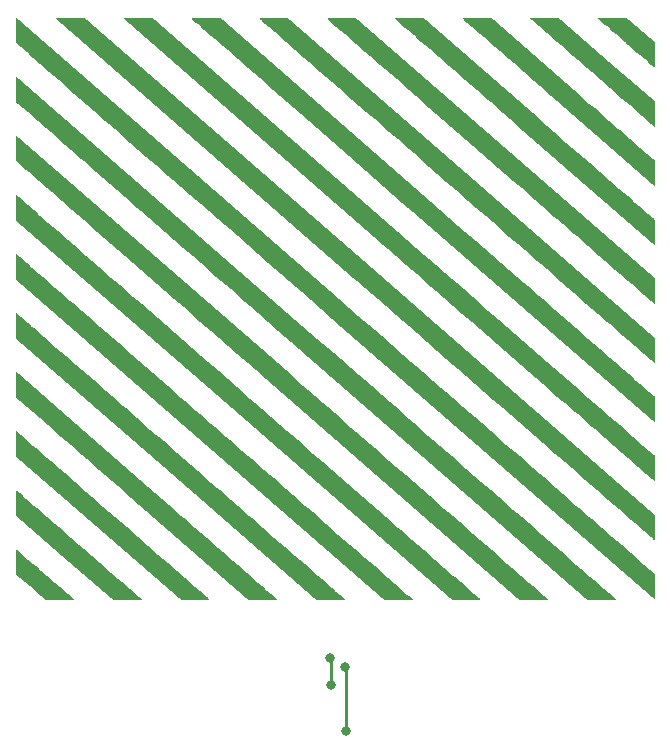
<source format=gbr>
%TF.GenerationSoftware,KiCad,Pcbnew,5.1.6*%
%TF.CreationDate,2020-10-03T01:30:16+01:00*%
%TF.ProjectId,PCB-Business-Card,5043422d-4275-4736-996e-6573732d4361,rev?*%
%TF.SameCoordinates,Original*%
%TF.FileFunction,Copper,L2,Bot*%
%TF.FilePolarity,Positive*%
%FSLAX46Y46*%
G04 Gerber Fmt 4.6, Leading zero omitted, Abs format (unit mm)*
G04 Created by KiCad (PCBNEW 5.1.6) date 2020-10-03 01:30:16*
%MOMM*%
%LPD*%
G01*
G04 APERTURE LIST*
%TA.AperFunction,EtchedComponent*%
%ADD10C,0.010000*%
%TD*%
%TA.AperFunction,ComponentPad*%
%ADD11C,0.808000*%
%TD*%
%TA.AperFunction,ViaPad*%
%ADD12C,0.800000*%
%TD*%
%TA.AperFunction,Conductor*%
%ADD13C,0.250000*%
%TD*%
G04 APERTURE END LIST*
D10*
%TO.C,Ref\u002A\u002A*%
G36*
X217708666Y-58134966D02*
G01*
X217708666Y-59158733D01*
X217708496Y-59362397D01*
X217708007Y-59552579D01*
X217707234Y-59725204D01*
X217706210Y-59876198D01*
X217704970Y-60001485D01*
X217703547Y-60096992D01*
X217701975Y-60158642D01*
X217700288Y-60182363D01*
X217700148Y-60182500D01*
X217683490Y-60168847D01*
X217636697Y-60128912D01*
X217561544Y-60064237D01*
X217459804Y-59976360D01*
X217333252Y-59866822D01*
X217183662Y-59737162D01*
X217012806Y-59588920D01*
X216822460Y-59423636D01*
X216614397Y-59242850D01*
X216390390Y-59048101D01*
X216152215Y-58840930D01*
X215901644Y-58622875D01*
X215640451Y-58395477D01*
X215370412Y-58160276D01*
X215355940Y-58147668D01*
X215085429Y-57912002D01*
X214823672Y-57683960D01*
X214572444Y-57465090D01*
X214333520Y-57256939D01*
X214108674Y-57061052D01*
X213899683Y-56878976D01*
X213708322Y-56712259D01*
X213536364Y-56562446D01*
X213385587Y-56431084D01*
X213257764Y-56319719D01*
X213154671Y-56229898D01*
X213078083Y-56163168D01*
X213029775Y-56121075D01*
X213011522Y-56105166D01*
X213011430Y-56105085D01*
X213030298Y-56103649D01*
X213087748Y-56102300D01*
X213180029Y-56101061D01*
X213303388Y-56099958D01*
X213454074Y-56099016D01*
X213628337Y-56098259D01*
X213822424Y-56097712D01*
X214032584Y-56097399D01*
X214186578Y-56097334D01*
X215370546Y-56097334D01*
X217708666Y-58134966D01*
G37*
X217708666Y-58134966D02*
X217708666Y-59158733D01*
X217708496Y-59362397D01*
X217708007Y-59552579D01*
X217707234Y-59725204D01*
X217706210Y-59876198D01*
X217704970Y-60001485D01*
X217703547Y-60096992D01*
X217701975Y-60158642D01*
X217700288Y-60182363D01*
X217700148Y-60182500D01*
X217683490Y-60168847D01*
X217636697Y-60128912D01*
X217561544Y-60064237D01*
X217459804Y-59976360D01*
X217333252Y-59866822D01*
X217183662Y-59737162D01*
X217012806Y-59588920D01*
X216822460Y-59423636D01*
X216614397Y-59242850D01*
X216390390Y-59048101D01*
X216152215Y-58840930D01*
X215901644Y-58622875D01*
X215640451Y-58395477D01*
X215370412Y-58160276D01*
X215355940Y-58147668D01*
X215085429Y-57912002D01*
X214823672Y-57683960D01*
X214572444Y-57465090D01*
X214333520Y-57256939D01*
X214108674Y-57061052D01*
X213899683Y-56878976D01*
X213708322Y-56712259D01*
X213536364Y-56562446D01*
X213385587Y-56431084D01*
X213257764Y-56319719D01*
X213154671Y-56229898D01*
X213078083Y-56163168D01*
X213029775Y-56121075D01*
X213011522Y-56105166D01*
X213011430Y-56105085D01*
X213030298Y-56103649D01*
X213087748Y-56102300D01*
X213180029Y-56101061D01*
X213303388Y-56099958D01*
X213454074Y-56099016D01*
X213628337Y-56098259D01*
X213822424Y-56097712D01*
X214032584Y-56097399D01*
X214186578Y-56097334D01*
X215370546Y-56097334D01*
X217708666Y-58134966D01*
G36*
X213671099Y-59616436D02*
G01*
X217708614Y-63135250D01*
X217708640Y-64167125D01*
X217708540Y-64371540D01*
X217708244Y-64562426D01*
X217707772Y-64735733D01*
X217707144Y-64887413D01*
X217706382Y-65013417D01*
X217705507Y-65109696D01*
X217704538Y-65172201D01*
X217703497Y-65196885D01*
X217703375Y-65197116D01*
X217687206Y-65183223D01*
X217640331Y-65142533D01*
X217563938Y-65076083D01*
X217459217Y-64984911D01*
X217327357Y-64870053D01*
X217169546Y-64732547D01*
X216986976Y-64573429D01*
X216780834Y-64393737D01*
X216552311Y-64194507D01*
X216302595Y-63976778D01*
X216032876Y-63741585D01*
X215744344Y-63489967D01*
X215438187Y-63222959D01*
X215115595Y-62941600D01*
X214777757Y-62646926D01*
X214425863Y-62339975D01*
X214061102Y-62021783D01*
X213684663Y-61693387D01*
X213297736Y-61355825D01*
X212901510Y-61010134D01*
X212544000Y-60698207D01*
X212139858Y-60345598D01*
X211743638Y-59999923D01*
X211356545Y-59662233D01*
X210979788Y-59333581D01*
X210614573Y-59015020D01*
X210262108Y-58707602D01*
X209923599Y-58412379D01*
X209600255Y-58130404D01*
X209293282Y-57862730D01*
X209003888Y-57610409D01*
X208733280Y-57374494D01*
X208482665Y-57156037D01*
X208253251Y-56956090D01*
X208046244Y-56775706D01*
X207862853Y-56615938D01*
X207704283Y-56477837D01*
X207571744Y-56362457D01*
X207466441Y-56270851D01*
X207389582Y-56204069D01*
X207342375Y-56163166D01*
X207326416Y-56149493D01*
X207262916Y-56097803D01*
X208448250Y-56097712D01*
X209633583Y-56097621D01*
X213671099Y-59616436D01*
G37*
X213671099Y-59616436D02*
X217708614Y-63135250D01*
X217708640Y-64167125D01*
X217708540Y-64371540D01*
X217708244Y-64562426D01*
X217707772Y-64735733D01*
X217707144Y-64887413D01*
X217706382Y-65013417D01*
X217705507Y-65109696D01*
X217704538Y-65172201D01*
X217703497Y-65196885D01*
X217703375Y-65197116D01*
X217687206Y-65183223D01*
X217640331Y-65142533D01*
X217563938Y-65076083D01*
X217459217Y-64984911D01*
X217327357Y-64870053D01*
X217169546Y-64732547D01*
X216986976Y-64573429D01*
X216780834Y-64393737D01*
X216552311Y-64194507D01*
X216302595Y-63976778D01*
X216032876Y-63741585D01*
X215744344Y-63489967D01*
X215438187Y-63222959D01*
X215115595Y-62941600D01*
X214777757Y-62646926D01*
X214425863Y-62339975D01*
X214061102Y-62021783D01*
X213684663Y-61693387D01*
X213297736Y-61355825D01*
X212901510Y-61010134D01*
X212544000Y-60698207D01*
X212139858Y-60345598D01*
X211743638Y-59999923D01*
X211356545Y-59662233D01*
X210979788Y-59333581D01*
X210614573Y-59015020D01*
X210262108Y-58707602D01*
X209923599Y-58412379D01*
X209600255Y-58130404D01*
X209293282Y-57862730D01*
X209003888Y-57610409D01*
X208733280Y-57374494D01*
X208482665Y-57156037D01*
X208253251Y-56956090D01*
X208046244Y-56775706D01*
X207862853Y-56615938D01*
X207704283Y-56477837D01*
X207571744Y-56362457D01*
X207466441Y-56270851D01*
X207389582Y-56204069D01*
X207342375Y-56163166D01*
X207326416Y-56149493D01*
X207262916Y-56097803D01*
X208448250Y-56097712D01*
X209633583Y-56097621D01*
X213671099Y-59616436D01*
G36*
X210723666Y-62048050D02*
G01*
X211189403Y-62454001D01*
X211647353Y-62853161D01*
X212096469Y-63244617D01*
X212535701Y-63627454D01*
X212964001Y-64000758D01*
X213380319Y-64363615D01*
X213783607Y-64715111D01*
X214172816Y-65054332D01*
X214546897Y-65380364D01*
X214904801Y-65692292D01*
X215245478Y-65989202D01*
X215567881Y-66270181D01*
X215870961Y-66534314D01*
X216153668Y-66780688D01*
X216414953Y-67008387D01*
X216653768Y-67216498D01*
X216869064Y-67404107D01*
X217059791Y-67570299D01*
X217224902Y-67714161D01*
X217363346Y-67834778D01*
X217474076Y-67931237D01*
X217556042Y-68002623D01*
X217608195Y-68048021D01*
X217629487Y-68066519D01*
X217629494Y-68066525D01*
X217709073Y-68134992D01*
X217698083Y-70188482D01*
X209697083Y-63215030D01*
X209192628Y-62775365D01*
X208695911Y-62342452D01*
X208207898Y-61917134D01*
X207729558Y-61500253D01*
X207261857Y-61092653D01*
X206805764Y-60695177D01*
X206362245Y-60308667D01*
X205932269Y-59933967D01*
X205516802Y-59571919D01*
X205116813Y-59223368D01*
X204733268Y-58889154D01*
X204367136Y-58570123D01*
X204019383Y-58267115D01*
X203690977Y-57980976D01*
X203382886Y-57712547D01*
X203096077Y-57462671D01*
X202831518Y-57232192D01*
X202590176Y-57021953D01*
X202373018Y-56832795D01*
X202181013Y-56665564D01*
X202015126Y-56521100D01*
X201876327Y-56400249D01*
X201765583Y-56303851D01*
X201683860Y-56232751D01*
X201632127Y-56187791D01*
X201611416Y-56169870D01*
X201526750Y-56098162D01*
X202712083Y-56098102D01*
X203897416Y-56098043D01*
X210723666Y-62048050D01*
G37*
X210723666Y-62048050D02*
X211189403Y-62454001D01*
X211647353Y-62853161D01*
X212096469Y-63244617D01*
X212535701Y-63627454D01*
X212964001Y-64000758D01*
X213380319Y-64363615D01*
X213783607Y-64715111D01*
X214172816Y-65054332D01*
X214546897Y-65380364D01*
X214904801Y-65692292D01*
X215245478Y-65989202D01*
X215567881Y-66270181D01*
X215870961Y-66534314D01*
X216153668Y-66780688D01*
X216414953Y-67008387D01*
X216653768Y-67216498D01*
X216869064Y-67404107D01*
X217059791Y-67570299D01*
X217224902Y-67714161D01*
X217363346Y-67834778D01*
X217474076Y-67931237D01*
X217556042Y-68002623D01*
X217608195Y-68048021D01*
X217629487Y-68066519D01*
X217629494Y-68066525D01*
X217709073Y-68134992D01*
X217698083Y-70188482D01*
X209697083Y-63215030D01*
X209192628Y-62775365D01*
X208695911Y-62342452D01*
X208207898Y-61917134D01*
X207729558Y-61500253D01*
X207261857Y-61092653D01*
X206805764Y-60695177D01*
X206362245Y-60308667D01*
X205932269Y-59933967D01*
X205516802Y-59571919D01*
X205116813Y-59223368D01*
X204733268Y-58889154D01*
X204367136Y-58570123D01*
X204019383Y-58267115D01*
X203690977Y-57980976D01*
X203382886Y-57712547D01*
X203096077Y-57462671D01*
X202831518Y-57232192D01*
X202590176Y-57021953D01*
X202373018Y-56832795D01*
X202181013Y-56665564D01*
X202015126Y-56521100D01*
X201876327Y-56400249D01*
X201765583Y-56303851D01*
X201683860Y-56232751D01*
X201632127Y-56187791D01*
X201611416Y-56169870D01*
X201526750Y-56098162D01*
X202712083Y-56098102D01*
X203897416Y-56098043D01*
X210723666Y-62048050D01*
G36*
X196975916Y-56098082D02*
G01*
X198161250Y-56098557D01*
X207876750Y-64565867D01*
X208432690Y-65050394D01*
X208980848Y-65528160D01*
X209520350Y-65998403D01*
X210050323Y-66460362D01*
X210569896Y-66913275D01*
X211078194Y-67356382D01*
X211574346Y-67788920D01*
X212057478Y-68210130D01*
X212526717Y-68619248D01*
X212981190Y-69015515D01*
X213420026Y-69398169D01*
X213842350Y-69766448D01*
X214247290Y-70119591D01*
X214633974Y-70456837D01*
X215001528Y-70777425D01*
X215349079Y-71080593D01*
X215675755Y-71365580D01*
X215980683Y-71631624D01*
X216262990Y-71877965D01*
X216521803Y-72103842D01*
X216756249Y-72308492D01*
X216965456Y-72491154D01*
X217148550Y-72651068D01*
X217304659Y-72787471D01*
X217432910Y-72899603D01*
X217532430Y-72986703D01*
X217602347Y-73048008D01*
X217641786Y-73082758D01*
X217650664Y-73090743D01*
X217709078Y-73148310D01*
X217703581Y-74168638D01*
X217698083Y-75188967D01*
X206839583Y-65725418D01*
X206251438Y-65212831D01*
X205670947Y-64706917D01*
X205098938Y-64208399D01*
X204536241Y-63717997D01*
X203983682Y-63236435D01*
X203442092Y-62764434D01*
X202912298Y-62302716D01*
X202395130Y-61852004D01*
X201891415Y-61413019D01*
X201401982Y-60986483D01*
X200927659Y-60573119D01*
X200469276Y-60173648D01*
X200027661Y-59788793D01*
X199603642Y-59419275D01*
X199198048Y-59065817D01*
X198811708Y-58729141D01*
X198445449Y-58409968D01*
X198100101Y-58109020D01*
X197776492Y-57827021D01*
X197475451Y-57564691D01*
X197197805Y-57322753D01*
X196944385Y-57101929D01*
X196716017Y-56902941D01*
X196513532Y-56726510D01*
X196337756Y-56573360D01*
X196189520Y-56444211D01*
X196069651Y-56339787D01*
X195978978Y-56260809D01*
X195918329Y-56207998D01*
X195888534Y-56182078D01*
X195885833Y-56179738D01*
X195790583Y-56097607D01*
X196975916Y-56098082D01*
G37*
X196975916Y-56098082D02*
X198161250Y-56098557D01*
X207876750Y-64565867D01*
X208432690Y-65050394D01*
X208980848Y-65528160D01*
X209520350Y-65998403D01*
X210050323Y-66460362D01*
X210569896Y-66913275D01*
X211078194Y-67356382D01*
X211574346Y-67788920D01*
X212057478Y-68210130D01*
X212526717Y-68619248D01*
X212981190Y-69015515D01*
X213420026Y-69398169D01*
X213842350Y-69766448D01*
X214247290Y-70119591D01*
X214633974Y-70456837D01*
X215001528Y-70777425D01*
X215349079Y-71080593D01*
X215675755Y-71365580D01*
X215980683Y-71631624D01*
X216262990Y-71877965D01*
X216521803Y-72103842D01*
X216756249Y-72308492D01*
X216965456Y-72491154D01*
X217148550Y-72651068D01*
X217304659Y-72787471D01*
X217432910Y-72899603D01*
X217532430Y-72986703D01*
X217602347Y-73048008D01*
X217641786Y-73082758D01*
X217650664Y-73090743D01*
X217709078Y-73148310D01*
X217703581Y-74168638D01*
X217698083Y-75188967D01*
X206839583Y-65725418D01*
X206251438Y-65212831D01*
X205670947Y-64706917D01*
X205098938Y-64208399D01*
X204536241Y-63717997D01*
X203983682Y-63236435D01*
X203442092Y-62764434D01*
X202912298Y-62302716D01*
X202395130Y-61852004D01*
X201891415Y-61413019D01*
X201401982Y-60986483D01*
X200927659Y-60573119D01*
X200469276Y-60173648D01*
X200027661Y-59788793D01*
X199603642Y-59419275D01*
X199198048Y-59065817D01*
X198811708Y-58729141D01*
X198445449Y-58409968D01*
X198100101Y-58109020D01*
X197776492Y-57827021D01*
X197475451Y-57564691D01*
X197197805Y-57322753D01*
X196944385Y-57101929D01*
X196716017Y-56902941D01*
X196513532Y-56726510D01*
X196337756Y-56573360D01*
X196189520Y-56444211D01*
X196069651Y-56339787D01*
X195978978Y-56260809D01*
X195918329Y-56207998D01*
X195888534Y-56182078D01*
X195885833Y-56179738D01*
X195790583Y-56097607D01*
X196975916Y-56098082D01*
G36*
X190773770Y-56100792D02*
G01*
X190992662Y-56101403D01*
X191243683Y-56102447D01*
X192431794Y-56107917D01*
X217708666Y-78136623D01*
X217708666Y-79160812D01*
X217708515Y-79364519D01*
X217708083Y-79554745D01*
X217707400Y-79727415D01*
X217706495Y-79878457D01*
X217705399Y-80003796D01*
X217704141Y-80099359D01*
X217702751Y-80161070D01*
X217701260Y-80184857D01*
X217701134Y-80185000D01*
X217684934Y-80171199D01*
X217637547Y-80130218D01*
X217559700Y-80062691D01*
X217452120Y-79969251D01*
X217315535Y-79850532D01*
X217150672Y-79707166D01*
X216958259Y-79539788D01*
X216739022Y-79349031D01*
X216493689Y-79135527D01*
X216222988Y-78899912D01*
X215927645Y-78642818D01*
X215608388Y-78364878D01*
X215265945Y-78066726D01*
X214901042Y-77748995D01*
X214514407Y-77412319D01*
X214106767Y-77057332D01*
X213678850Y-76684666D01*
X213231382Y-76294955D01*
X212765092Y-75888833D01*
X212280706Y-75466932D01*
X211778953Y-75029887D01*
X211260558Y-74578331D01*
X210726250Y-74112897D01*
X210176755Y-73634218D01*
X209612802Y-73142929D01*
X209035117Y-72639662D01*
X208444428Y-72125051D01*
X207841462Y-71599730D01*
X207226946Y-71064331D01*
X206601608Y-70519489D01*
X205966175Y-69965836D01*
X205321375Y-69404006D01*
X204667934Y-68834632D01*
X204006580Y-68258349D01*
X203905759Y-68170496D01*
X203243094Y-67593057D01*
X202588181Y-67022369D01*
X201941751Y-66459067D01*
X201304532Y-65903786D01*
X200677253Y-65357163D01*
X200060644Y-64819831D01*
X199455433Y-64292427D01*
X198862349Y-63775586D01*
X198282122Y-63269944D01*
X197715480Y-62776135D01*
X197163153Y-62294796D01*
X196625869Y-61826562D01*
X196104359Y-61372067D01*
X195599350Y-60931949D01*
X195111571Y-60506841D01*
X194641753Y-60097379D01*
X194190624Y-59704200D01*
X193758912Y-59327937D01*
X193347348Y-58969227D01*
X192956660Y-58628706D01*
X192587577Y-58307007D01*
X192240828Y-58004768D01*
X191917142Y-57722623D01*
X191617249Y-57461207D01*
X191341877Y-57221157D01*
X191091756Y-57003107D01*
X190867614Y-56807693D01*
X190670181Y-56635550D01*
X190500186Y-56487314D01*
X190358357Y-56363621D01*
X190245424Y-56265105D01*
X190162115Y-56192402D01*
X190109161Y-56146147D01*
X190087290Y-56126976D01*
X190086744Y-56126484D01*
X190084773Y-56120114D01*
X190095430Y-56114767D01*
X190121693Y-56110382D01*
X190166539Y-56106896D01*
X190232948Y-56104247D01*
X190323898Y-56102374D01*
X190442365Y-56101215D01*
X190591330Y-56100708D01*
X190773770Y-56100792D01*
G37*
X190773770Y-56100792D02*
X190992662Y-56101403D01*
X191243683Y-56102447D01*
X192431794Y-56107917D01*
X217708666Y-78136623D01*
X217708666Y-79160812D01*
X217708515Y-79364519D01*
X217708083Y-79554745D01*
X217707400Y-79727415D01*
X217706495Y-79878457D01*
X217705399Y-80003796D01*
X217704141Y-80099359D01*
X217702751Y-80161070D01*
X217701260Y-80184857D01*
X217701134Y-80185000D01*
X217684934Y-80171199D01*
X217637547Y-80130218D01*
X217559700Y-80062691D01*
X217452120Y-79969251D01*
X217315535Y-79850532D01*
X217150672Y-79707166D01*
X216958259Y-79539788D01*
X216739022Y-79349031D01*
X216493689Y-79135527D01*
X216222988Y-78899912D01*
X215927645Y-78642818D01*
X215608388Y-78364878D01*
X215265945Y-78066726D01*
X214901042Y-77748995D01*
X214514407Y-77412319D01*
X214106767Y-77057332D01*
X213678850Y-76684666D01*
X213231382Y-76294955D01*
X212765092Y-75888833D01*
X212280706Y-75466932D01*
X211778953Y-75029887D01*
X211260558Y-74578331D01*
X210726250Y-74112897D01*
X210176755Y-73634218D01*
X209612802Y-73142929D01*
X209035117Y-72639662D01*
X208444428Y-72125051D01*
X207841462Y-71599730D01*
X207226946Y-71064331D01*
X206601608Y-70519489D01*
X205966175Y-69965836D01*
X205321375Y-69404006D01*
X204667934Y-68834632D01*
X204006580Y-68258349D01*
X203905759Y-68170496D01*
X203243094Y-67593057D01*
X202588181Y-67022369D01*
X201941751Y-66459067D01*
X201304532Y-65903786D01*
X200677253Y-65357163D01*
X200060644Y-64819831D01*
X199455433Y-64292427D01*
X198862349Y-63775586D01*
X198282122Y-63269944D01*
X197715480Y-62776135D01*
X197163153Y-62294796D01*
X196625869Y-61826562D01*
X196104359Y-61372067D01*
X195599350Y-60931949D01*
X195111571Y-60506841D01*
X194641753Y-60097379D01*
X194190624Y-59704200D01*
X193758912Y-59327937D01*
X193347348Y-58969227D01*
X192956660Y-58628706D01*
X192587577Y-58307007D01*
X192240828Y-58004768D01*
X191917142Y-57722623D01*
X191617249Y-57461207D01*
X191341877Y-57221157D01*
X191091756Y-57003107D01*
X190867614Y-56807693D01*
X190670181Y-56635550D01*
X190500186Y-56487314D01*
X190358357Y-56363621D01*
X190245424Y-56265105D01*
X190162115Y-56192402D01*
X190109161Y-56146147D01*
X190087290Y-56126976D01*
X190086744Y-56126484D01*
X190084773Y-56120114D01*
X190095430Y-56114767D01*
X190121693Y-56110382D01*
X190166539Y-56106896D01*
X190232948Y-56104247D01*
X190323898Y-56102374D01*
X190442365Y-56101215D01*
X190591330Y-56100708D01*
X190773770Y-56100792D01*
G36*
X185350614Y-56101864D02*
G01*
X185507720Y-56102447D01*
X186694018Y-56107917D01*
X202201342Y-69622304D01*
X217708666Y-83136692D01*
X217708666Y-84158513D01*
X217708348Y-84361907D01*
X217707436Y-84551757D01*
X217705993Y-84723994D01*
X217704082Y-84874549D01*
X217701767Y-84999352D01*
X217699112Y-85094333D01*
X217696179Y-85155423D01*
X217693032Y-85178552D01*
X217692791Y-85178643D01*
X217676249Y-85164755D01*
X217628460Y-85123623D01*
X217550086Y-85055825D01*
X217441789Y-84961936D01*
X217304229Y-84842534D01*
X217138070Y-84698193D01*
X216943973Y-84529492D01*
X216722600Y-84337005D01*
X216474612Y-84121310D01*
X216200671Y-83882983D01*
X215901440Y-83622601D01*
X215577579Y-83340739D01*
X215229752Y-83037974D01*
X214858619Y-82714883D01*
X214464842Y-82372042D01*
X214049084Y-82010027D01*
X213612005Y-81629415D01*
X213154269Y-81230783D01*
X212676536Y-80814706D01*
X212179468Y-80381760D01*
X211663728Y-79932524D01*
X211129976Y-79467572D01*
X210578876Y-78987481D01*
X210011088Y-78492828D01*
X209427275Y-77984189D01*
X208828098Y-77462140D01*
X208214218Y-76927258D01*
X207586299Y-76380120D01*
X206945002Y-75821301D01*
X206290988Y-75251378D01*
X205624919Y-74670928D01*
X204947457Y-74080526D01*
X204259264Y-73480750D01*
X203561002Y-72872175D01*
X202853332Y-72255378D01*
X202136917Y-71630936D01*
X201412418Y-70999425D01*
X201015014Y-70653018D01*
X200286360Y-70017858D01*
X199565430Y-69389428D01*
X198852887Y-68768304D01*
X198149392Y-68155063D01*
X197455607Y-67550283D01*
X196772195Y-66954540D01*
X196099816Y-66368412D01*
X195439134Y-65792475D01*
X194790809Y-65227307D01*
X194155504Y-64673484D01*
X193533881Y-64131584D01*
X192926602Y-63602184D01*
X192334327Y-63085861D01*
X191757721Y-62583191D01*
X191197443Y-62094753D01*
X190654157Y-61621122D01*
X190128523Y-61162876D01*
X189621205Y-60720593D01*
X189132863Y-60294849D01*
X188664161Y-59886221D01*
X188215759Y-59495286D01*
X187788319Y-59122621D01*
X187382504Y-58768804D01*
X186998975Y-58434411D01*
X186638394Y-58120020D01*
X186301424Y-57826207D01*
X185988726Y-57553550D01*
X185700961Y-57302626D01*
X185438792Y-57074011D01*
X185202882Y-56868283D01*
X184993890Y-56686019D01*
X184812481Y-56527796D01*
X184659314Y-56394190D01*
X184535053Y-56285780D01*
X184440359Y-56203142D01*
X184375895Y-56146852D01*
X184342321Y-56117489D01*
X184337267Y-56113031D01*
X184354812Y-56110156D01*
X184410971Y-56107637D01*
X184502027Y-56105507D01*
X184624260Y-56103799D01*
X184773954Y-56102547D01*
X184947389Y-56101785D01*
X185140849Y-56101546D01*
X185350614Y-56101864D01*
G37*
X185350614Y-56101864D02*
X185507720Y-56102447D01*
X186694018Y-56107917D01*
X202201342Y-69622304D01*
X217708666Y-83136692D01*
X217708666Y-84158513D01*
X217708348Y-84361907D01*
X217707436Y-84551757D01*
X217705993Y-84723994D01*
X217704082Y-84874549D01*
X217701767Y-84999352D01*
X217699112Y-85094333D01*
X217696179Y-85155423D01*
X217693032Y-85178552D01*
X217692791Y-85178643D01*
X217676249Y-85164755D01*
X217628460Y-85123623D01*
X217550086Y-85055825D01*
X217441789Y-84961936D01*
X217304229Y-84842534D01*
X217138070Y-84698193D01*
X216943973Y-84529492D01*
X216722600Y-84337005D01*
X216474612Y-84121310D01*
X216200671Y-83882983D01*
X215901440Y-83622601D01*
X215577579Y-83340739D01*
X215229752Y-83037974D01*
X214858619Y-82714883D01*
X214464842Y-82372042D01*
X214049084Y-82010027D01*
X213612005Y-81629415D01*
X213154269Y-81230783D01*
X212676536Y-80814706D01*
X212179468Y-80381760D01*
X211663728Y-79932524D01*
X211129976Y-79467572D01*
X210578876Y-78987481D01*
X210011088Y-78492828D01*
X209427275Y-77984189D01*
X208828098Y-77462140D01*
X208214218Y-76927258D01*
X207586299Y-76380120D01*
X206945002Y-75821301D01*
X206290988Y-75251378D01*
X205624919Y-74670928D01*
X204947457Y-74080526D01*
X204259264Y-73480750D01*
X203561002Y-72872175D01*
X202853332Y-72255378D01*
X202136917Y-71630936D01*
X201412418Y-70999425D01*
X201015014Y-70653018D01*
X200286360Y-70017858D01*
X199565430Y-69389428D01*
X198852887Y-68768304D01*
X198149392Y-68155063D01*
X197455607Y-67550283D01*
X196772195Y-66954540D01*
X196099816Y-66368412D01*
X195439134Y-65792475D01*
X194790809Y-65227307D01*
X194155504Y-64673484D01*
X193533881Y-64131584D01*
X192926602Y-63602184D01*
X192334327Y-63085861D01*
X191757721Y-62583191D01*
X191197443Y-62094753D01*
X190654157Y-61621122D01*
X190128523Y-61162876D01*
X189621205Y-60720593D01*
X189132863Y-60294849D01*
X188664161Y-59886221D01*
X188215759Y-59495286D01*
X187788319Y-59122621D01*
X187382504Y-58768804D01*
X186998975Y-58434411D01*
X186638394Y-58120020D01*
X186301424Y-57826207D01*
X185988726Y-57553550D01*
X185700961Y-57302626D01*
X185438792Y-57074011D01*
X185202882Y-56868283D01*
X184993890Y-56686019D01*
X184812481Y-56527796D01*
X184659314Y-56394190D01*
X184535053Y-56285780D01*
X184440359Y-56203142D01*
X184375895Y-56146852D01*
X184342321Y-56117489D01*
X184337267Y-56113031D01*
X184354812Y-56110156D01*
X184410971Y-56107637D01*
X184502027Y-56105507D01*
X184624260Y-56103799D01*
X184773954Y-56102547D01*
X184947389Y-56101785D01*
X185140849Y-56101546D01*
X185350614Y-56101864D01*
G36*
X179531210Y-56101614D02*
G01*
X179770340Y-56102447D01*
X180956837Y-56107917D01*
X199305227Y-72099334D01*
X200070125Y-72765973D01*
X200827346Y-73425916D01*
X201576259Y-74078612D01*
X202316232Y-74723513D01*
X203046634Y-75360067D01*
X203766833Y-75987725D01*
X204476200Y-76605936D01*
X205174102Y-77214151D01*
X205859908Y-77811820D01*
X206532987Y-78398392D01*
X207192707Y-78973317D01*
X207838438Y-79536045D01*
X208469548Y-80086027D01*
X209085405Y-80622711D01*
X209685380Y-81145549D01*
X210268839Y-81653990D01*
X210835153Y-82147484D01*
X211383689Y-82625480D01*
X211913817Y-83087430D01*
X212424906Y-83532782D01*
X212916323Y-83960987D01*
X213387438Y-84371495D01*
X213837620Y-84763755D01*
X214266237Y-85137218D01*
X214672658Y-85491333D01*
X215056252Y-85825551D01*
X215416387Y-86139321D01*
X215752433Y-86432093D01*
X216063757Y-86703317D01*
X216349730Y-86952444D01*
X216609718Y-87178923D01*
X216843093Y-87382204D01*
X217049221Y-87561736D01*
X217227472Y-87716971D01*
X217377214Y-87847358D01*
X217497817Y-87952346D01*
X217588648Y-88031386D01*
X217649078Y-88083928D01*
X217678473Y-88109421D01*
X217681394Y-88111917D01*
X217687927Y-88124191D01*
X217693303Y-88152246D01*
X217697590Y-88199236D01*
X217700854Y-88268315D01*
X217703161Y-88362640D01*
X217704579Y-88485363D01*
X217705175Y-88639641D01*
X217705015Y-88828629D01*
X217704166Y-89055480D01*
X217703627Y-89161576D01*
X217698083Y-90190069D01*
X198161250Y-73163756D01*
X197371877Y-72475818D01*
X196590177Y-71794561D01*
X195816760Y-71120520D01*
X195052238Y-70454226D01*
X194297222Y-69796214D01*
X193552325Y-69147015D01*
X192818156Y-68507163D01*
X192095328Y-67877191D01*
X191384452Y-67257631D01*
X190686140Y-66649017D01*
X190001002Y-66051881D01*
X189329650Y-65466757D01*
X188672697Y-64894177D01*
X188030752Y-64334675D01*
X187404428Y-63788782D01*
X186794335Y-63257033D01*
X186201087Y-62739960D01*
X185625292Y-62238095D01*
X185067564Y-61751973D01*
X184528514Y-61282125D01*
X184008753Y-60829086D01*
X183508892Y-60393386D01*
X183029543Y-59975561D01*
X182571317Y-59576142D01*
X182134826Y-59195663D01*
X181720681Y-58834655D01*
X181329493Y-58493654D01*
X180961874Y-58173190D01*
X180618436Y-57873798D01*
X180299790Y-57596010D01*
X180006546Y-57340359D01*
X179739317Y-57107377D01*
X179498715Y-56897599D01*
X179285349Y-56711557D01*
X179099833Y-56549783D01*
X178942777Y-56412811D01*
X178814792Y-56301174D01*
X178716491Y-56215404D01*
X178648484Y-56156034D01*
X178611383Y-56123598D01*
X178604130Y-56117210D01*
X178620158Y-56112674D01*
X178677193Y-56108879D01*
X178773912Y-56105842D01*
X178908995Y-56103581D01*
X179081119Y-56102111D01*
X179288965Y-56101450D01*
X179531210Y-56101614D01*
G37*
X179531210Y-56101614D02*
X179770340Y-56102447D01*
X180956837Y-56107917D01*
X199305227Y-72099334D01*
X200070125Y-72765973D01*
X200827346Y-73425916D01*
X201576259Y-74078612D01*
X202316232Y-74723513D01*
X203046634Y-75360067D01*
X203766833Y-75987725D01*
X204476200Y-76605936D01*
X205174102Y-77214151D01*
X205859908Y-77811820D01*
X206532987Y-78398392D01*
X207192707Y-78973317D01*
X207838438Y-79536045D01*
X208469548Y-80086027D01*
X209085405Y-80622711D01*
X209685380Y-81145549D01*
X210268839Y-81653990D01*
X210835153Y-82147484D01*
X211383689Y-82625480D01*
X211913817Y-83087430D01*
X212424906Y-83532782D01*
X212916323Y-83960987D01*
X213387438Y-84371495D01*
X213837620Y-84763755D01*
X214266237Y-85137218D01*
X214672658Y-85491333D01*
X215056252Y-85825551D01*
X215416387Y-86139321D01*
X215752433Y-86432093D01*
X216063757Y-86703317D01*
X216349730Y-86952444D01*
X216609718Y-87178923D01*
X216843093Y-87382204D01*
X217049221Y-87561736D01*
X217227472Y-87716971D01*
X217377214Y-87847358D01*
X217497817Y-87952346D01*
X217588648Y-88031386D01*
X217649078Y-88083928D01*
X217678473Y-88109421D01*
X217681394Y-88111917D01*
X217687927Y-88124191D01*
X217693303Y-88152246D01*
X217697590Y-88199236D01*
X217700854Y-88268315D01*
X217703161Y-88362640D01*
X217704579Y-88485363D01*
X217705175Y-88639641D01*
X217705015Y-88828629D01*
X217704166Y-89055480D01*
X217703627Y-89161576D01*
X217698083Y-90190069D01*
X198161250Y-73163756D01*
X197371877Y-72475818D01*
X196590177Y-71794561D01*
X195816760Y-71120520D01*
X195052238Y-70454226D01*
X194297222Y-69796214D01*
X193552325Y-69147015D01*
X192818156Y-68507163D01*
X192095328Y-67877191D01*
X191384452Y-67257631D01*
X190686140Y-66649017D01*
X190001002Y-66051881D01*
X189329650Y-65466757D01*
X188672697Y-64894177D01*
X188030752Y-64334675D01*
X187404428Y-63788782D01*
X186794335Y-63257033D01*
X186201087Y-62739960D01*
X185625292Y-62238095D01*
X185067564Y-61751973D01*
X184528514Y-61282125D01*
X184008753Y-60829086D01*
X183508892Y-60393386D01*
X183029543Y-59975561D01*
X182571317Y-59576142D01*
X182134826Y-59195663D01*
X181720681Y-58834655D01*
X181329493Y-58493654D01*
X180961874Y-58173190D01*
X180618436Y-57873798D01*
X180299790Y-57596010D01*
X180006546Y-57340359D01*
X179739317Y-57107377D01*
X179498715Y-56897599D01*
X179285349Y-56711557D01*
X179099833Y-56549783D01*
X178942777Y-56412811D01*
X178814792Y-56301174D01*
X178716491Y-56215404D01*
X178648484Y-56156034D01*
X178611383Y-56123598D01*
X178604130Y-56117210D01*
X178620158Y-56112674D01*
X178677193Y-56108879D01*
X178773912Y-56105842D01*
X178908995Y-56103581D01*
X179081119Y-56102111D01*
X179288965Y-56101450D01*
X179531210Y-56101614D01*
G36*
X196452330Y-74610944D02*
G01*
X197275587Y-75328345D01*
X198091174Y-76039061D01*
X198898504Y-76742581D01*
X199696993Y-77438394D01*
X200486055Y-78125991D01*
X201265103Y-78804861D01*
X202033553Y-79474494D01*
X202790818Y-80134378D01*
X203536313Y-80784005D01*
X204269452Y-81422863D01*
X204989650Y-82050442D01*
X205696320Y-82666231D01*
X206388877Y-83269721D01*
X207066735Y-83860401D01*
X207729309Y-84437760D01*
X208376012Y-85001289D01*
X209006259Y-85550477D01*
X209619465Y-86084812D01*
X210215043Y-86603786D01*
X210792408Y-87106888D01*
X211350974Y-87593607D01*
X211890156Y-88063433D01*
X212409367Y-88515855D01*
X212908023Y-88950363D01*
X213385536Y-89366448D01*
X213841322Y-89763597D01*
X214274795Y-90141302D01*
X214685370Y-90499051D01*
X215072459Y-90836335D01*
X215435478Y-91152643D01*
X215773841Y-91447464D01*
X216086963Y-91720288D01*
X216374257Y-91970605D01*
X216635137Y-92197904D01*
X216869019Y-92401676D01*
X217075316Y-92581409D01*
X217253443Y-92736593D01*
X217402814Y-92866718D01*
X217522843Y-92971274D01*
X217612944Y-93049749D01*
X217672532Y-93101635D01*
X217701022Y-93126420D01*
X217703578Y-93128631D01*
X217704559Y-93149874D01*
X217705264Y-93209366D01*
X217705693Y-93303021D01*
X217705844Y-93426754D01*
X217705719Y-93576481D01*
X217705318Y-93748118D01*
X217704639Y-93937580D01*
X217703685Y-94140781D01*
X217703578Y-94160961D01*
X217698083Y-95189571D01*
X216648705Y-94275410D01*
X216591909Y-94225927D01*
X216503822Y-94149173D01*
X216385065Y-94045691D01*
X216236261Y-93916023D01*
X216058033Y-93760712D01*
X215851003Y-93580301D01*
X215615795Y-93375331D01*
X215353030Y-93146346D01*
X215063331Y-92893888D01*
X214747321Y-92618499D01*
X214405622Y-92320722D01*
X214038856Y-92001101D01*
X213647647Y-91660176D01*
X213232617Y-91298491D01*
X212794389Y-90916588D01*
X212333584Y-90515011D01*
X211850826Y-90094300D01*
X211346737Y-89655000D01*
X210821939Y-89197652D01*
X210277056Y-88722800D01*
X209712710Y-88230984D01*
X209129523Y-87722749D01*
X208528118Y-87198637D01*
X207909118Y-86659190D01*
X207273144Y-86104950D01*
X206620820Y-85536461D01*
X205952769Y-84954265D01*
X205269612Y-84358905D01*
X204571972Y-83750922D01*
X203860472Y-83130860D01*
X203135735Y-82499261D01*
X202398382Y-81856667D01*
X201649037Y-81203622D01*
X200888322Y-80540667D01*
X200116860Y-79868346D01*
X199335273Y-79187200D01*
X198544183Y-78497773D01*
X197744214Y-77800607D01*
X196935988Y-77096244D01*
X196120128Y-76385227D01*
X195297255Y-75668098D01*
X194467993Y-74945401D01*
X194226089Y-74734584D01*
X172852851Y-56107917D01*
X174029714Y-56102447D01*
X175206578Y-56096979D01*
X196452330Y-74610944D01*
G37*
X196452330Y-74610944D02*
X197275587Y-75328345D01*
X198091174Y-76039061D01*
X198898504Y-76742581D01*
X199696993Y-77438394D01*
X200486055Y-78125991D01*
X201265103Y-78804861D01*
X202033553Y-79474494D01*
X202790818Y-80134378D01*
X203536313Y-80784005D01*
X204269452Y-81422863D01*
X204989650Y-82050442D01*
X205696320Y-82666231D01*
X206388877Y-83269721D01*
X207066735Y-83860401D01*
X207729309Y-84437760D01*
X208376012Y-85001289D01*
X209006259Y-85550477D01*
X209619465Y-86084812D01*
X210215043Y-86603786D01*
X210792408Y-87106888D01*
X211350974Y-87593607D01*
X211890156Y-88063433D01*
X212409367Y-88515855D01*
X212908023Y-88950363D01*
X213385536Y-89366448D01*
X213841322Y-89763597D01*
X214274795Y-90141302D01*
X214685370Y-90499051D01*
X215072459Y-90836335D01*
X215435478Y-91152643D01*
X215773841Y-91447464D01*
X216086963Y-91720288D01*
X216374257Y-91970605D01*
X216635137Y-92197904D01*
X216869019Y-92401676D01*
X217075316Y-92581409D01*
X217253443Y-92736593D01*
X217402814Y-92866718D01*
X217522843Y-92971274D01*
X217612944Y-93049749D01*
X217672532Y-93101635D01*
X217701022Y-93126420D01*
X217703578Y-93128631D01*
X217704559Y-93149874D01*
X217705264Y-93209366D01*
X217705693Y-93303021D01*
X217705844Y-93426754D01*
X217705719Y-93576481D01*
X217705318Y-93748118D01*
X217704639Y-93937580D01*
X217703685Y-94140781D01*
X217703578Y-94160961D01*
X217698083Y-95189571D01*
X216648705Y-94275410D01*
X216591909Y-94225927D01*
X216503822Y-94149173D01*
X216385065Y-94045691D01*
X216236261Y-93916023D01*
X216058033Y-93760712D01*
X215851003Y-93580301D01*
X215615795Y-93375331D01*
X215353030Y-93146346D01*
X215063331Y-92893888D01*
X214747321Y-92618499D01*
X214405622Y-92320722D01*
X214038856Y-92001101D01*
X213647647Y-91660176D01*
X213232617Y-91298491D01*
X212794389Y-90916588D01*
X212333584Y-90515011D01*
X211850826Y-90094300D01*
X211346737Y-89655000D01*
X210821939Y-89197652D01*
X210277056Y-88722800D01*
X209712710Y-88230984D01*
X209129523Y-87722749D01*
X208528118Y-87198637D01*
X207909118Y-86659190D01*
X207273144Y-86104950D01*
X206620820Y-85536461D01*
X205952769Y-84954265D01*
X205269612Y-84358905D01*
X204571972Y-83750922D01*
X203860472Y-83130860D01*
X203135735Y-82499261D01*
X202398382Y-81856667D01*
X201649037Y-81203622D01*
X200888322Y-80540667D01*
X200116860Y-79868346D01*
X199335273Y-79187200D01*
X198544183Y-78497773D01*
X197744214Y-77800607D01*
X196935988Y-77096244D01*
X196120128Y-76385227D01*
X195297255Y-75668098D01*
X194467993Y-74945401D01*
X194226089Y-74734584D01*
X172852851Y-56107917D01*
X174029714Y-56102447D01*
X175206578Y-56096979D01*
X196452330Y-74610944D01*
G36*
X193588736Y-77117364D02*
G01*
X217708666Y-98137748D01*
X217708666Y-99162624D01*
X217708526Y-99366402D01*
X217708123Y-99556700D01*
X217707486Y-99729445D01*
X217706642Y-99880565D01*
X217705620Y-100005988D01*
X217704448Y-100101641D01*
X217703152Y-100163452D01*
X217701762Y-100187348D01*
X217701641Y-100187500D01*
X217685523Y-100173671D01*
X217638028Y-100132495D01*
X217559693Y-100064441D01*
X217451055Y-99969975D01*
X217312651Y-99849567D01*
X217145017Y-99703682D01*
X216948690Y-99532789D01*
X216724207Y-99337357D01*
X216472105Y-99117851D01*
X216192921Y-98874741D01*
X215887192Y-98608493D01*
X215555453Y-98319576D01*
X215198243Y-98008458D01*
X214816098Y-97675605D01*
X214409555Y-97321486D01*
X213979150Y-96946568D01*
X213525421Y-96551319D01*
X213048904Y-96136207D01*
X212550136Y-95701700D01*
X212029654Y-95248264D01*
X211487995Y-94776369D01*
X210925695Y-94286481D01*
X210343291Y-93779068D01*
X209741321Y-93254598D01*
X209120321Y-92713539D01*
X208480827Y-92156359D01*
X207823377Y-91583524D01*
X207148508Y-90995503D01*
X206456755Y-90392764D01*
X205748657Y-89775773D01*
X205024750Y-89145000D01*
X204285570Y-88500911D01*
X203531655Y-87843975D01*
X202763541Y-87174658D01*
X201981766Y-86493430D01*
X201186865Y-85800756D01*
X200379376Y-85097106D01*
X199559836Y-84382946D01*
X198728781Y-83658745D01*
X197886749Y-82924970D01*
X197034275Y-82182089D01*
X196171898Y-81430570D01*
X195300153Y-80670880D01*
X194419578Y-79903487D01*
X193530709Y-79128859D01*
X192634083Y-78347463D01*
X192404873Y-78147709D01*
X167115130Y-56107917D01*
X168291968Y-56102448D01*
X169468805Y-56096980D01*
X193588736Y-77117364D01*
G37*
X193588736Y-77117364D02*
X217708666Y-98137748D01*
X217708666Y-99162624D01*
X217708526Y-99366402D01*
X217708123Y-99556700D01*
X217707486Y-99729445D01*
X217706642Y-99880565D01*
X217705620Y-100005988D01*
X217704448Y-100101641D01*
X217703152Y-100163452D01*
X217701762Y-100187348D01*
X217701641Y-100187500D01*
X217685523Y-100173671D01*
X217638028Y-100132495D01*
X217559693Y-100064441D01*
X217451055Y-99969975D01*
X217312651Y-99849567D01*
X217145017Y-99703682D01*
X216948690Y-99532789D01*
X216724207Y-99337357D01*
X216472105Y-99117851D01*
X216192921Y-98874741D01*
X215887192Y-98608493D01*
X215555453Y-98319576D01*
X215198243Y-98008458D01*
X214816098Y-97675605D01*
X214409555Y-97321486D01*
X213979150Y-96946568D01*
X213525421Y-96551319D01*
X213048904Y-96136207D01*
X212550136Y-95701700D01*
X212029654Y-95248264D01*
X211487995Y-94776369D01*
X210925695Y-94286481D01*
X210343291Y-93779068D01*
X209741321Y-93254598D01*
X209120321Y-92713539D01*
X208480827Y-92156359D01*
X207823377Y-91583524D01*
X207148508Y-90995503D01*
X206456755Y-90392764D01*
X205748657Y-89775773D01*
X205024750Y-89145000D01*
X204285570Y-88500911D01*
X203531655Y-87843975D01*
X202763541Y-87174658D01*
X201981766Y-86493430D01*
X201186865Y-85800756D01*
X200379376Y-85097106D01*
X199559836Y-84382946D01*
X198728781Y-83658745D01*
X197886749Y-82924970D01*
X197034275Y-82182089D01*
X196171898Y-81430570D01*
X195300153Y-80670880D01*
X194419578Y-79903487D01*
X193530709Y-79128859D01*
X192634083Y-78347463D01*
X192404873Y-78147709D01*
X167115130Y-56107917D01*
X168291968Y-56102448D01*
X169468805Y-56096980D01*
X193588736Y-77117364D01*
G36*
X190678833Y-79580374D02*
G01*
X191606750Y-80389002D01*
X192527097Y-81191036D01*
X193439351Y-81986021D01*
X194342992Y-82773505D01*
X195237500Y-83553032D01*
X196122354Y-84324150D01*
X196997032Y-85086404D01*
X197861015Y-85839340D01*
X198713781Y-86582505D01*
X199554809Y-87315444D01*
X200383579Y-88037704D01*
X201199571Y-88748831D01*
X202002262Y-89448371D01*
X202791133Y-90135870D01*
X203565662Y-90810874D01*
X204325330Y-91472930D01*
X205069614Y-92121583D01*
X205797995Y-92756379D01*
X206509951Y-93376865D01*
X207204962Y-93982587D01*
X207882507Y-94573090D01*
X208542065Y-95147921D01*
X209183115Y-95706627D01*
X209805137Y-96248752D01*
X210407610Y-96773844D01*
X210990013Y-97281449D01*
X211551826Y-97771111D01*
X212092527Y-98242379D01*
X212611595Y-98694797D01*
X213108511Y-99127912D01*
X213582752Y-99541270D01*
X214033799Y-99934417D01*
X214461131Y-100306899D01*
X214864226Y-100658262D01*
X215242565Y-100988053D01*
X215595626Y-101295817D01*
X215922888Y-101581101D01*
X216223831Y-101843450D01*
X216497934Y-102082412D01*
X216744676Y-102297531D01*
X216963536Y-102488355D01*
X217153994Y-102654428D01*
X217315529Y-102795298D01*
X217447620Y-102910510D01*
X217549746Y-102999611D01*
X217621386Y-103062146D01*
X217662021Y-103097662D01*
X217671831Y-103106290D01*
X217680379Y-103116723D01*
X217687475Y-103132661D01*
X217693226Y-103157721D01*
X217697740Y-103195521D01*
X217701126Y-103249678D01*
X217703493Y-103323809D01*
X217704948Y-103421533D01*
X217705600Y-103546465D01*
X217705558Y-103702225D01*
X217704929Y-103892428D01*
X217703823Y-104120694D01*
X217703581Y-104166219D01*
X217698083Y-105190601D01*
X190752916Y-81710188D01*
X189825127Y-80901697D01*
X188904898Y-80099789D01*
X187992750Y-79304918D01*
X187089203Y-78517539D01*
X186194780Y-77738106D01*
X185310002Y-76967072D01*
X184435389Y-76204893D01*
X183571463Y-75452022D01*
X182718745Y-74708915D01*
X181877756Y-73976024D01*
X181049018Y-73253804D01*
X180233050Y-72542710D01*
X179430376Y-71843195D01*
X178641515Y-71155714D01*
X177866989Y-70480721D01*
X177107320Y-69818671D01*
X176363028Y-69170017D01*
X175634634Y-68535214D01*
X174922660Y-67914716D01*
X174227626Y-67308978D01*
X173550055Y-66718452D01*
X172890467Y-66143595D01*
X172249383Y-65584859D01*
X171627324Y-65042700D01*
X171024813Y-64517571D01*
X170442369Y-64009927D01*
X169880514Y-63520221D01*
X169339769Y-63048909D01*
X168820656Y-62596443D01*
X168323695Y-62163280D01*
X167849407Y-61749872D01*
X167398315Y-61356674D01*
X166970939Y-60984141D01*
X166567799Y-60632726D01*
X166189418Y-60302884D01*
X165836317Y-59995068D01*
X165509016Y-59709734D01*
X165208037Y-59447335D01*
X164933902Y-59208326D01*
X164687130Y-58993160D01*
X164468244Y-58802293D01*
X164277764Y-58636178D01*
X164116212Y-58495270D01*
X163984108Y-58380022D01*
X163881975Y-58290889D01*
X163810333Y-58228326D01*
X163769703Y-58192786D01*
X163759918Y-58184159D01*
X163712088Y-58138543D01*
X163717585Y-57114274D01*
X163723083Y-56090007D01*
X190678833Y-79580374D01*
G37*
X190678833Y-79580374D02*
X191606750Y-80389002D01*
X192527097Y-81191036D01*
X193439351Y-81986021D01*
X194342992Y-82773505D01*
X195237500Y-83553032D01*
X196122354Y-84324150D01*
X196997032Y-85086404D01*
X197861015Y-85839340D01*
X198713781Y-86582505D01*
X199554809Y-87315444D01*
X200383579Y-88037704D01*
X201199571Y-88748831D01*
X202002262Y-89448371D01*
X202791133Y-90135870D01*
X203565662Y-90810874D01*
X204325330Y-91472930D01*
X205069614Y-92121583D01*
X205797995Y-92756379D01*
X206509951Y-93376865D01*
X207204962Y-93982587D01*
X207882507Y-94573090D01*
X208542065Y-95147921D01*
X209183115Y-95706627D01*
X209805137Y-96248752D01*
X210407610Y-96773844D01*
X210990013Y-97281449D01*
X211551826Y-97771111D01*
X212092527Y-98242379D01*
X212611595Y-98694797D01*
X213108511Y-99127912D01*
X213582752Y-99541270D01*
X214033799Y-99934417D01*
X214461131Y-100306899D01*
X214864226Y-100658262D01*
X215242565Y-100988053D01*
X215595626Y-101295817D01*
X215922888Y-101581101D01*
X216223831Y-101843450D01*
X216497934Y-102082412D01*
X216744676Y-102297531D01*
X216963536Y-102488355D01*
X217153994Y-102654428D01*
X217315529Y-102795298D01*
X217447620Y-102910510D01*
X217549746Y-102999611D01*
X217621386Y-103062146D01*
X217662021Y-103097662D01*
X217671831Y-103106290D01*
X217680379Y-103116723D01*
X217687475Y-103132661D01*
X217693226Y-103157721D01*
X217697740Y-103195521D01*
X217701126Y-103249678D01*
X217703493Y-103323809D01*
X217704948Y-103421533D01*
X217705600Y-103546465D01*
X217705558Y-103702225D01*
X217704929Y-103892428D01*
X217703823Y-104120694D01*
X217703581Y-104166219D01*
X217698083Y-105190601D01*
X190752916Y-81710188D01*
X189825127Y-80901697D01*
X188904898Y-80099789D01*
X187992750Y-79304918D01*
X187089203Y-78517539D01*
X186194780Y-77738106D01*
X185310002Y-76967072D01*
X184435389Y-76204893D01*
X183571463Y-75452022D01*
X182718745Y-74708915D01*
X181877756Y-73976024D01*
X181049018Y-73253804D01*
X180233050Y-72542710D01*
X179430376Y-71843195D01*
X178641515Y-71155714D01*
X177866989Y-70480721D01*
X177107320Y-69818671D01*
X176363028Y-69170017D01*
X175634634Y-68535214D01*
X174922660Y-67914716D01*
X174227626Y-67308978D01*
X173550055Y-66718452D01*
X172890467Y-66143595D01*
X172249383Y-65584859D01*
X171627324Y-65042700D01*
X171024813Y-64517571D01*
X170442369Y-64009927D01*
X169880514Y-63520221D01*
X169339769Y-63048909D01*
X168820656Y-62596443D01*
X168323695Y-62163280D01*
X167849407Y-61749872D01*
X167398315Y-61356674D01*
X166970939Y-60984141D01*
X166567799Y-60632726D01*
X166189418Y-60302884D01*
X165836317Y-59995068D01*
X165509016Y-59709734D01*
X165208037Y-59447335D01*
X164933902Y-59208326D01*
X164687130Y-58993160D01*
X164468244Y-58802293D01*
X164277764Y-58636178D01*
X164116212Y-58495270D01*
X163984108Y-58380022D01*
X163881975Y-58290889D01*
X163810333Y-58228326D01*
X163769703Y-58192786D01*
X163759918Y-58184159D01*
X163712088Y-58138543D01*
X163717585Y-57114274D01*
X163723083Y-56090007D01*
X190678833Y-79580374D01*
G36*
X189059583Y-83170519D02*
G01*
X189958972Y-83954316D01*
X190850740Y-84731488D01*
X191734352Y-85501567D01*
X192609270Y-86264086D01*
X193474959Y-87018576D01*
X194330881Y-87764571D01*
X195176501Y-88501602D01*
X196011282Y-89229201D01*
X196834687Y-89946902D01*
X197646181Y-90654235D01*
X198445227Y-91350734D01*
X199231288Y-92035931D01*
X200003828Y-92709357D01*
X200762311Y-93370546D01*
X201506200Y-94019029D01*
X202234959Y-94654339D01*
X202948052Y-95276009D01*
X203644941Y-95883569D01*
X204325091Y-96476553D01*
X204987966Y-97054493D01*
X205633028Y-97616921D01*
X206259742Y-98163369D01*
X206867571Y-98693371D01*
X207455979Y-99206457D01*
X208024429Y-99702160D01*
X208572384Y-100180013D01*
X209099310Y-100639547D01*
X209604668Y-101080296D01*
X210087923Y-101501791D01*
X210548538Y-101903564D01*
X210985977Y-102285149D01*
X211399704Y-102646076D01*
X211789182Y-102985879D01*
X212153874Y-103304089D01*
X212493245Y-103600240D01*
X212806757Y-103873862D01*
X213093875Y-104124490D01*
X213354062Y-104351653D01*
X213586782Y-104554886D01*
X213791498Y-104733720D01*
X213967674Y-104887688D01*
X214114774Y-105016322D01*
X214232261Y-105119153D01*
X214319598Y-105195715D01*
X214376249Y-105245540D01*
X214401679Y-105268160D01*
X214403138Y-105269567D01*
X214383959Y-105273459D01*
X214325371Y-105276985D01*
X214230299Y-105280098D01*
X214101664Y-105282753D01*
X213942391Y-105284904D01*
X213755404Y-105286505D01*
X213543625Y-105287510D01*
X213309978Y-105287874D01*
X213238972Y-105287853D01*
X212067750Y-105287039D01*
X187927166Y-84247413D01*
X187049238Y-83482255D01*
X186178906Y-82723712D01*
X185316719Y-81972262D01*
X184463229Y-81228386D01*
X183618986Y-80492563D01*
X182784540Y-79765273D01*
X181960442Y-79046996D01*
X181147242Y-78338212D01*
X180345490Y-77639400D01*
X179555736Y-76951041D01*
X178778532Y-76273614D01*
X178014428Y-75607599D01*
X177263973Y-74953475D01*
X176527719Y-74311723D01*
X175806215Y-73682823D01*
X175100013Y-73067253D01*
X174409662Y-72465495D01*
X173735713Y-71878027D01*
X173078716Y-71305329D01*
X172439222Y-70747882D01*
X171817781Y-70206165D01*
X171214943Y-69680658D01*
X170631259Y-69171840D01*
X170067280Y-68680192D01*
X169523555Y-68206193D01*
X169000635Y-67750323D01*
X168499070Y-67313062D01*
X168019412Y-66894890D01*
X167562209Y-66496286D01*
X167128013Y-66117731D01*
X166717374Y-65759703D01*
X166330842Y-65422684D01*
X165968968Y-65107151D01*
X165632303Y-64813587D01*
X165321395Y-64542469D01*
X165036797Y-64294279D01*
X164779058Y-64069495D01*
X164548729Y-63868598D01*
X164346360Y-63692068D01*
X164172501Y-63540383D01*
X164027703Y-63414025D01*
X163912516Y-63313472D01*
X163827491Y-63239205D01*
X163773178Y-63191703D01*
X163750128Y-63171447D01*
X163749335Y-63170725D01*
X163740775Y-63159915D01*
X163733672Y-63143627D01*
X163727917Y-63118230D01*
X163723402Y-63080099D01*
X163720019Y-63025603D01*
X163717657Y-62951115D01*
X163716209Y-62853006D01*
X163715565Y-62727649D01*
X163715617Y-62571416D01*
X163716256Y-62380677D01*
X163717373Y-62151805D01*
X163717585Y-62112117D01*
X163723083Y-61090571D01*
X189059583Y-83170519D01*
G37*
X189059583Y-83170519D02*
X189958972Y-83954316D01*
X190850740Y-84731488D01*
X191734352Y-85501567D01*
X192609270Y-86264086D01*
X193474959Y-87018576D01*
X194330881Y-87764571D01*
X195176501Y-88501602D01*
X196011282Y-89229201D01*
X196834687Y-89946902D01*
X197646181Y-90654235D01*
X198445227Y-91350734D01*
X199231288Y-92035931D01*
X200003828Y-92709357D01*
X200762311Y-93370546D01*
X201506200Y-94019029D01*
X202234959Y-94654339D01*
X202948052Y-95276009D01*
X203644941Y-95883569D01*
X204325091Y-96476553D01*
X204987966Y-97054493D01*
X205633028Y-97616921D01*
X206259742Y-98163369D01*
X206867571Y-98693371D01*
X207455979Y-99206457D01*
X208024429Y-99702160D01*
X208572384Y-100180013D01*
X209099310Y-100639547D01*
X209604668Y-101080296D01*
X210087923Y-101501791D01*
X210548538Y-101903564D01*
X210985977Y-102285149D01*
X211399704Y-102646076D01*
X211789182Y-102985879D01*
X212153874Y-103304089D01*
X212493245Y-103600240D01*
X212806757Y-103873862D01*
X213093875Y-104124490D01*
X213354062Y-104351653D01*
X213586782Y-104554886D01*
X213791498Y-104733720D01*
X213967674Y-104887688D01*
X214114774Y-105016322D01*
X214232261Y-105119153D01*
X214319598Y-105195715D01*
X214376249Y-105245540D01*
X214401679Y-105268160D01*
X214403138Y-105269567D01*
X214383959Y-105273459D01*
X214325371Y-105276985D01*
X214230299Y-105280098D01*
X214101664Y-105282753D01*
X213942391Y-105284904D01*
X213755404Y-105286505D01*
X213543625Y-105287510D01*
X213309978Y-105287874D01*
X213238972Y-105287853D01*
X212067750Y-105287039D01*
X187927166Y-84247413D01*
X187049238Y-83482255D01*
X186178906Y-82723712D01*
X185316719Y-81972262D01*
X184463229Y-81228386D01*
X183618986Y-80492563D01*
X182784540Y-79765273D01*
X181960442Y-79046996D01*
X181147242Y-78338212D01*
X180345490Y-77639400D01*
X179555736Y-76951041D01*
X178778532Y-76273614D01*
X178014428Y-75607599D01*
X177263973Y-74953475D01*
X176527719Y-74311723D01*
X175806215Y-73682823D01*
X175100013Y-73067253D01*
X174409662Y-72465495D01*
X173735713Y-71878027D01*
X173078716Y-71305329D01*
X172439222Y-70747882D01*
X171817781Y-70206165D01*
X171214943Y-69680658D01*
X170631259Y-69171840D01*
X170067280Y-68680192D01*
X169523555Y-68206193D01*
X169000635Y-67750323D01*
X168499070Y-67313062D01*
X168019412Y-66894890D01*
X167562209Y-66496286D01*
X167128013Y-66117731D01*
X166717374Y-65759703D01*
X166330842Y-65422684D01*
X165968968Y-65107151D01*
X165632303Y-64813587D01*
X165321395Y-64542469D01*
X165036797Y-64294279D01*
X164779058Y-64069495D01*
X164548729Y-63868598D01*
X164346360Y-63692068D01*
X164172501Y-63540383D01*
X164027703Y-63414025D01*
X163912516Y-63313472D01*
X163827491Y-63239205D01*
X163773178Y-63191703D01*
X163750128Y-63171447D01*
X163749335Y-63170725D01*
X163740775Y-63159915D01*
X163733672Y-63143627D01*
X163727917Y-63118230D01*
X163723402Y-63080099D01*
X163720019Y-63025603D01*
X163717657Y-62951115D01*
X163716209Y-62853006D01*
X163715565Y-62727649D01*
X163715617Y-62571416D01*
X163716256Y-62380677D01*
X163717373Y-62151805D01*
X163717585Y-62112117D01*
X163723083Y-61090571D01*
X189059583Y-83170519D01*
G36*
X186191500Y-85671081D02*
G01*
X187038243Y-86409002D01*
X187877333Y-87140271D01*
X188708201Y-87864391D01*
X189530278Y-88580866D01*
X190342992Y-89289199D01*
X191145775Y-89988893D01*
X191938058Y-90679451D01*
X192719269Y-91360377D01*
X193488841Y-92031175D01*
X194246203Y-92691346D01*
X194990785Y-93340395D01*
X195722019Y-93977825D01*
X196439333Y-94603138D01*
X197142159Y-95215840D01*
X197829928Y-95815431D01*
X198502068Y-96401417D01*
X199158011Y-96973299D01*
X199797188Y-97530582D01*
X200419028Y-98072769D01*
X201022961Y-98599362D01*
X201608419Y-99109866D01*
X202174832Y-99603783D01*
X202721629Y-100080616D01*
X203248242Y-100539870D01*
X203754100Y-100981047D01*
X204238635Y-101403650D01*
X204701275Y-101807184D01*
X205141453Y-102191150D01*
X205558597Y-102555052D01*
X205952139Y-102898394D01*
X206321509Y-103220679D01*
X206666137Y-103521410D01*
X206985454Y-103800090D01*
X207278889Y-104056223D01*
X207545874Y-104289312D01*
X207785838Y-104498860D01*
X207998213Y-104684370D01*
X208182428Y-104845346D01*
X208337913Y-104981291D01*
X208464100Y-105091708D01*
X208560418Y-105176101D01*
X208626298Y-105233972D01*
X208661170Y-105264825D01*
X208666972Y-105270159D01*
X208647788Y-105273717D01*
X208589764Y-105277005D01*
X208496392Y-105279970D01*
X208371165Y-105282559D01*
X208217575Y-105284717D01*
X208039115Y-105286391D01*
X207839278Y-105287526D01*
X207621555Y-105288070D01*
X207502805Y-105288101D01*
X206331583Y-105287535D01*
X185080250Y-86765439D01*
X184256649Y-86047612D01*
X183440644Y-85336406D01*
X182632823Y-84632334D01*
X181833772Y-83935908D01*
X181044080Y-83247640D01*
X180264334Y-82568042D01*
X179495122Y-81897627D01*
X178737030Y-81236905D01*
X177990647Y-80586389D01*
X177256560Y-79946592D01*
X176535357Y-79318025D01*
X175827624Y-78701200D01*
X175133951Y-78096629D01*
X174454923Y-77504825D01*
X173791129Y-76926299D01*
X173143156Y-76361563D01*
X172511592Y-75811130D01*
X171897024Y-75275511D01*
X171300040Y-74755219D01*
X170721227Y-74250766D01*
X170161172Y-73762663D01*
X169620464Y-73291422D01*
X169099690Y-72837557D01*
X168599437Y-72401578D01*
X168120293Y-71983998D01*
X167662846Y-71585329D01*
X167227682Y-71206082D01*
X166815390Y-70846771D01*
X166426556Y-70507906D01*
X166061769Y-70190000D01*
X165721616Y-69893565D01*
X165406685Y-69619114D01*
X165117562Y-69367157D01*
X164854836Y-69138208D01*
X164619095Y-68932777D01*
X164410924Y-68751378D01*
X164230913Y-68594522D01*
X164079648Y-68462722D01*
X163957718Y-68356488D01*
X163865709Y-68276334D01*
X163804209Y-68222772D01*
X163773806Y-68196313D01*
X163770506Y-68193451D01*
X163712096Y-68143560D01*
X163717589Y-67117035D01*
X163723083Y-66090510D01*
X186191500Y-85671081D01*
G37*
X186191500Y-85671081D02*
X187038243Y-86409002D01*
X187877333Y-87140271D01*
X188708201Y-87864391D01*
X189530278Y-88580866D01*
X190342992Y-89289199D01*
X191145775Y-89988893D01*
X191938058Y-90679451D01*
X192719269Y-91360377D01*
X193488841Y-92031175D01*
X194246203Y-92691346D01*
X194990785Y-93340395D01*
X195722019Y-93977825D01*
X196439333Y-94603138D01*
X197142159Y-95215840D01*
X197829928Y-95815431D01*
X198502068Y-96401417D01*
X199158011Y-96973299D01*
X199797188Y-97530582D01*
X200419028Y-98072769D01*
X201022961Y-98599362D01*
X201608419Y-99109866D01*
X202174832Y-99603783D01*
X202721629Y-100080616D01*
X203248242Y-100539870D01*
X203754100Y-100981047D01*
X204238635Y-101403650D01*
X204701275Y-101807184D01*
X205141453Y-102191150D01*
X205558597Y-102555052D01*
X205952139Y-102898394D01*
X206321509Y-103220679D01*
X206666137Y-103521410D01*
X206985454Y-103800090D01*
X207278889Y-104056223D01*
X207545874Y-104289312D01*
X207785838Y-104498860D01*
X207998213Y-104684370D01*
X208182428Y-104845346D01*
X208337913Y-104981291D01*
X208464100Y-105091708D01*
X208560418Y-105176101D01*
X208626298Y-105233972D01*
X208661170Y-105264825D01*
X208666972Y-105270159D01*
X208647788Y-105273717D01*
X208589764Y-105277005D01*
X208496392Y-105279970D01*
X208371165Y-105282559D01*
X208217575Y-105284717D01*
X208039115Y-105286391D01*
X207839278Y-105287526D01*
X207621555Y-105288070D01*
X207502805Y-105288101D01*
X206331583Y-105287535D01*
X185080250Y-86765439D01*
X184256649Y-86047612D01*
X183440644Y-85336406D01*
X182632823Y-84632334D01*
X181833772Y-83935908D01*
X181044080Y-83247640D01*
X180264334Y-82568042D01*
X179495122Y-81897627D01*
X178737030Y-81236905D01*
X177990647Y-80586389D01*
X177256560Y-79946592D01*
X176535357Y-79318025D01*
X175827624Y-78701200D01*
X175133951Y-78096629D01*
X174454923Y-77504825D01*
X173791129Y-76926299D01*
X173143156Y-76361563D01*
X172511592Y-75811130D01*
X171897024Y-75275511D01*
X171300040Y-74755219D01*
X170721227Y-74250766D01*
X170161172Y-73762663D01*
X169620464Y-73291422D01*
X169099690Y-72837557D01*
X168599437Y-72401578D01*
X168120293Y-71983998D01*
X167662846Y-71585329D01*
X167227682Y-71206082D01*
X166815390Y-70846771D01*
X166426556Y-70507906D01*
X166061769Y-70190000D01*
X165721616Y-69893565D01*
X165406685Y-69619114D01*
X165117562Y-69367157D01*
X164854836Y-69138208D01*
X164619095Y-68932777D01*
X164410924Y-68751378D01*
X164230913Y-68594522D01*
X164079648Y-68462722D01*
X163957718Y-68356488D01*
X163865709Y-68276334D01*
X163804209Y-68222772D01*
X163773806Y-68196313D01*
X163770506Y-68193451D01*
X163712096Y-68143560D01*
X163717589Y-67117035D01*
X163723083Y-66090510D01*
X186191500Y-85671081D01*
G36*
X163781089Y-71139757D02*
G01*
X163799747Y-71156217D01*
X163849708Y-71199953D01*
X163930360Y-71270429D01*
X164041088Y-71367111D01*
X164181279Y-71489464D01*
X164350320Y-71636953D01*
X164547597Y-71809044D01*
X164772497Y-72005201D01*
X165024406Y-72224891D01*
X165302710Y-72467578D01*
X165606796Y-72732727D01*
X165936051Y-73019805D01*
X166289861Y-73328275D01*
X166667612Y-73657603D01*
X167068691Y-74007255D01*
X167492485Y-74376696D01*
X167938380Y-74765390D01*
X168405762Y-75172804D01*
X168894018Y-75598402D01*
X169402534Y-76041650D01*
X169930697Y-76502013D01*
X170477894Y-76978956D01*
X171043510Y-77471945D01*
X171626933Y-77980443D01*
X172227549Y-78503918D01*
X172844744Y-79041834D01*
X173477904Y-79593657D01*
X174126417Y-80158850D01*
X174789669Y-80736881D01*
X175467046Y-81327214D01*
X176157934Y-81929314D01*
X176861721Y-82542646D01*
X177577792Y-83166677D01*
X178305535Y-83800870D01*
X179044335Y-84444692D01*
X179793579Y-85097607D01*
X180552654Y-85759081D01*
X181320946Y-86428578D01*
X182097842Y-87105565D01*
X182882728Y-87789507D01*
X183386916Y-88228847D01*
X184176262Y-88916676D01*
X184957916Y-89597820D01*
X185731265Y-90271747D01*
X186495700Y-90937923D01*
X187250608Y-91595817D01*
X187995380Y-92244895D01*
X188729404Y-92884625D01*
X189452069Y-93514473D01*
X190162764Y-94133908D01*
X190860879Y-94742396D01*
X191545802Y-95339405D01*
X192216922Y-95924401D01*
X192873629Y-96496853D01*
X193515311Y-97056226D01*
X194141357Y-97601990D01*
X194751157Y-98133610D01*
X195344099Y-98650555D01*
X195919573Y-99152291D01*
X196476968Y-99638285D01*
X197015672Y-100108005D01*
X197535075Y-100560919D01*
X198034565Y-100996492D01*
X198513533Y-101414194D01*
X198971366Y-101813490D01*
X199407453Y-102193848D01*
X199821185Y-102554735D01*
X200211949Y-102895620D01*
X200579135Y-103215968D01*
X200922132Y-103515247D01*
X201240329Y-103792924D01*
X201533116Y-104048467D01*
X201799880Y-104281343D01*
X202040011Y-104491019D01*
X202252898Y-104676962D01*
X202437930Y-104838640D01*
X202594496Y-104975519D01*
X202721986Y-105087068D01*
X202819788Y-105172753D01*
X202887291Y-105232042D01*
X202923884Y-105264401D01*
X202930805Y-105270742D01*
X202911614Y-105274075D01*
X202853870Y-105277195D01*
X202761350Y-105280046D01*
X202637834Y-105282571D01*
X202487102Y-105284712D01*
X202312931Y-105286412D01*
X202119101Y-105287613D01*
X201909391Y-105288260D01*
X201766638Y-105288356D01*
X200595416Y-105288045D01*
X182159250Y-89220609D01*
X163723083Y-73153173D01*
X163717589Y-72113905D01*
X163712097Y-71074638D01*
X163781089Y-71139757D01*
G37*
X163781089Y-71139757D02*
X163799747Y-71156217D01*
X163849708Y-71199953D01*
X163930360Y-71270429D01*
X164041088Y-71367111D01*
X164181279Y-71489464D01*
X164350320Y-71636953D01*
X164547597Y-71809044D01*
X164772497Y-72005201D01*
X165024406Y-72224891D01*
X165302710Y-72467578D01*
X165606796Y-72732727D01*
X165936051Y-73019805D01*
X166289861Y-73328275D01*
X166667612Y-73657603D01*
X167068691Y-74007255D01*
X167492485Y-74376696D01*
X167938380Y-74765390D01*
X168405762Y-75172804D01*
X168894018Y-75598402D01*
X169402534Y-76041650D01*
X169930697Y-76502013D01*
X170477894Y-76978956D01*
X171043510Y-77471945D01*
X171626933Y-77980443D01*
X172227549Y-78503918D01*
X172844744Y-79041834D01*
X173477904Y-79593657D01*
X174126417Y-80158850D01*
X174789669Y-80736881D01*
X175467046Y-81327214D01*
X176157934Y-81929314D01*
X176861721Y-82542646D01*
X177577792Y-83166677D01*
X178305535Y-83800870D01*
X179044335Y-84444692D01*
X179793579Y-85097607D01*
X180552654Y-85759081D01*
X181320946Y-86428578D01*
X182097842Y-87105565D01*
X182882728Y-87789507D01*
X183386916Y-88228847D01*
X184176262Y-88916676D01*
X184957916Y-89597820D01*
X185731265Y-90271747D01*
X186495700Y-90937923D01*
X187250608Y-91595817D01*
X187995380Y-92244895D01*
X188729404Y-92884625D01*
X189452069Y-93514473D01*
X190162764Y-94133908D01*
X190860879Y-94742396D01*
X191545802Y-95339405D01*
X192216922Y-95924401D01*
X192873629Y-96496853D01*
X193515311Y-97056226D01*
X194141357Y-97601990D01*
X194751157Y-98133610D01*
X195344099Y-98650555D01*
X195919573Y-99152291D01*
X196476968Y-99638285D01*
X197015672Y-100108005D01*
X197535075Y-100560919D01*
X198034565Y-100996492D01*
X198513533Y-101414194D01*
X198971366Y-101813490D01*
X199407453Y-102193848D01*
X199821185Y-102554735D01*
X200211949Y-102895620D01*
X200579135Y-103215968D01*
X200922132Y-103515247D01*
X201240329Y-103792924D01*
X201533116Y-104048467D01*
X201799880Y-104281343D01*
X202040011Y-104491019D01*
X202252898Y-104676962D01*
X202437930Y-104838640D01*
X202594496Y-104975519D01*
X202721986Y-105087068D01*
X202819788Y-105172753D01*
X202887291Y-105232042D01*
X202923884Y-105264401D01*
X202930805Y-105270742D01*
X202911614Y-105274075D01*
X202853870Y-105277195D01*
X202761350Y-105280046D01*
X202637834Y-105282571D01*
X202487102Y-105284712D01*
X202312931Y-105286412D01*
X202119101Y-105287613D01*
X201909391Y-105288260D01*
X201766638Y-105288356D01*
X200595416Y-105288045D01*
X182159250Y-89220609D01*
X163723083Y-73153173D01*
X163717589Y-72113905D01*
X163712097Y-71074638D01*
X163781089Y-71139757D01*
G36*
X163746581Y-76117579D02*
G01*
X163794696Y-76158972D01*
X163873091Y-76226771D01*
X163980963Y-76320275D01*
X164117505Y-76438782D01*
X164281914Y-76581592D01*
X164473383Y-76748001D01*
X164691108Y-76937309D01*
X164934285Y-77148814D01*
X165202108Y-77381814D01*
X165493771Y-77635608D01*
X165808472Y-77909494D01*
X166145403Y-78202771D01*
X166503761Y-78514737D01*
X166882740Y-78844690D01*
X167281536Y-79191930D01*
X167699343Y-79555754D01*
X168135357Y-79935460D01*
X168588773Y-80330348D01*
X169058785Y-80739716D01*
X169544589Y-81162861D01*
X170045380Y-81599083D01*
X170560352Y-82047680D01*
X171088702Y-82507950D01*
X171629624Y-82979192D01*
X172182312Y-83460704D01*
X172745963Y-83951785D01*
X173319770Y-84451733D01*
X173902930Y-84959846D01*
X174494638Y-85475423D01*
X175094087Y-85997762D01*
X175700474Y-86526162D01*
X176312993Y-87059921D01*
X176930840Y-87598338D01*
X177553209Y-88140710D01*
X178179295Y-88686337D01*
X178808295Y-89234517D01*
X179439402Y-89784548D01*
X180071811Y-90335729D01*
X180704719Y-90887358D01*
X181337319Y-91438734D01*
X181968807Y-91989154D01*
X182598378Y-92537918D01*
X183225227Y-93084323D01*
X183848549Y-93627669D01*
X184467540Y-94167253D01*
X185081393Y-94702375D01*
X185689305Y-95232331D01*
X186290469Y-95756422D01*
X186884082Y-96273945D01*
X187469339Y-96784199D01*
X188045434Y-97286482D01*
X188611562Y-97780093D01*
X189166919Y-98264329D01*
X189710700Y-98738490D01*
X190242099Y-99201874D01*
X190760311Y-99653780D01*
X191264533Y-100093505D01*
X191753958Y-100520348D01*
X192227782Y-100933607D01*
X192685200Y-101332582D01*
X193125407Y-101716570D01*
X193547598Y-102084870D01*
X193950969Y-102436780D01*
X194334713Y-102771599D01*
X194698026Y-103088624D01*
X195040104Y-103387156D01*
X195360141Y-103666491D01*
X195657332Y-103925929D01*
X195930872Y-104164767D01*
X196179957Y-104382305D01*
X196403782Y-104577840D01*
X196601541Y-104750672D01*
X196772430Y-104900097D01*
X196915643Y-105025416D01*
X197030376Y-105125926D01*
X197115824Y-105200926D01*
X197171181Y-105249714D01*
X197195644Y-105271589D01*
X197196847Y-105272792D01*
X197176567Y-105275751D01*
X197117761Y-105278528D01*
X197024234Y-105281073D01*
X196899795Y-105283332D01*
X196748249Y-105285256D01*
X196573404Y-105286792D01*
X196379065Y-105287889D01*
X196169041Y-105288495D01*
X196028708Y-105288602D01*
X194859250Y-105288537D01*
X179291166Y-91720838D01*
X163723083Y-78153140D01*
X163717589Y-77124655D01*
X163716846Y-76920806D01*
X163716824Y-76730671D01*
X163717475Y-76558275D01*
X163718753Y-76407648D01*
X163720609Y-76282817D01*
X163722996Y-76187810D01*
X163725869Y-76126653D01*
X163729178Y-76103376D01*
X163729551Y-76103294D01*
X163746581Y-76117579D01*
G37*
X163746581Y-76117579D02*
X163794696Y-76158972D01*
X163873091Y-76226771D01*
X163980963Y-76320275D01*
X164117505Y-76438782D01*
X164281914Y-76581592D01*
X164473383Y-76748001D01*
X164691108Y-76937309D01*
X164934285Y-77148814D01*
X165202108Y-77381814D01*
X165493771Y-77635608D01*
X165808472Y-77909494D01*
X166145403Y-78202771D01*
X166503761Y-78514737D01*
X166882740Y-78844690D01*
X167281536Y-79191930D01*
X167699343Y-79555754D01*
X168135357Y-79935460D01*
X168588773Y-80330348D01*
X169058785Y-80739716D01*
X169544589Y-81162861D01*
X170045380Y-81599083D01*
X170560352Y-82047680D01*
X171088702Y-82507950D01*
X171629624Y-82979192D01*
X172182312Y-83460704D01*
X172745963Y-83951785D01*
X173319770Y-84451733D01*
X173902930Y-84959846D01*
X174494638Y-85475423D01*
X175094087Y-85997762D01*
X175700474Y-86526162D01*
X176312993Y-87059921D01*
X176930840Y-87598338D01*
X177553209Y-88140710D01*
X178179295Y-88686337D01*
X178808295Y-89234517D01*
X179439402Y-89784548D01*
X180071811Y-90335729D01*
X180704719Y-90887358D01*
X181337319Y-91438734D01*
X181968807Y-91989154D01*
X182598378Y-92537918D01*
X183225227Y-93084323D01*
X183848549Y-93627669D01*
X184467540Y-94167253D01*
X185081393Y-94702375D01*
X185689305Y-95232331D01*
X186290469Y-95756422D01*
X186884082Y-96273945D01*
X187469339Y-96784199D01*
X188045434Y-97286482D01*
X188611562Y-97780093D01*
X189166919Y-98264329D01*
X189710700Y-98738490D01*
X190242099Y-99201874D01*
X190760311Y-99653780D01*
X191264533Y-100093505D01*
X191753958Y-100520348D01*
X192227782Y-100933607D01*
X192685200Y-101332582D01*
X193125407Y-101716570D01*
X193547598Y-102084870D01*
X193950969Y-102436780D01*
X194334713Y-102771599D01*
X194698026Y-103088624D01*
X195040104Y-103387156D01*
X195360141Y-103666491D01*
X195657332Y-103925929D01*
X195930872Y-104164767D01*
X196179957Y-104382305D01*
X196403782Y-104577840D01*
X196601541Y-104750672D01*
X196772430Y-104900097D01*
X196915643Y-105025416D01*
X197030376Y-105125926D01*
X197115824Y-105200926D01*
X197171181Y-105249714D01*
X197195644Y-105271589D01*
X197196847Y-105272792D01*
X197176567Y-105275751D01*
X197117761Y-105278528D01*
X197024234Y-105281073D01*
X196899795Y-105283332D01*
X196748249Y-105285256D01*
X196573404Y-105286792D01*
X196379065Y-105287889D01*
X196169041Y-105288495D01*
X196028708Y-105288602D01*
X194859250Y-105288537D01*
X179291166Y-91720838D01*
X163723083Y-78153140D01*
X163717589Y-77124655D01*
X163716846Y-76920806D01*
X163716824Y-76730671D01*
X163717475Y-76558275D01*
X163718753Y-76407648D01*
X163720609Y-76282817D01*
X163722996Y-76187810D01*
X163725869Y-76126653D01*
X163729178Y-76103376D01*
X163729551Y-76103294D01*
X163746581Y-76117579D01*
G36*
X163776012Y-81140079D02*
G01*
X163798466Y-81159127D01*
X163851769Y-81205080D01*
X163935034Y-81277167D01*
X164047377Y-81374616D01*
X164187913Y-81496656D01*
X164355756Y-81642515D01*
X164550023Y-81811422D01*
X164769828Y-82002605D01*
X165014286Y-82215294D01*
X165282511Y-82448716D01*
X165573620Y-82702100D01*
X165886727Y-82974675D01*
X166220947Y-83265669D01*
X166575396Y-83574311D01*
X166949187Y-83899830D01*
X167341437Y-84241454D01*
X167751260Y-84598411D01*
X168177772Y-84969930D01*
X168620087Y-85355241D01*
X169077320Y-85753570D01*
X169548587Y-86164147D01*
X170033002Y-86586201D01*
X170529680Y-87018960D01*
X171037738Y-87461652D01*
X171556288Y-87913507D01*
X172084448Y-88373752D01*
X172621331Y-88841617D01*
X173166053Y-89316329D01*
X173717728Y-89797118D01*
X174275473Y-90283212D01*
X174838401Y-90773839D01*
X175405628Y-91268229D01*
X175976269Y-91765609D01*
X176549438Y-92265209D01*
X177124252Y-92766256D01*
X177699824Y-93267980D01*
X178275271Y-93769609D01*
X178849707Y-94270372D01*
X179422247Y-94769496D01*
X179992005Y-95266211D01*
X180558098Y-95759746D01*
X181119641Y-96249328D01*
X181675747Y-96734187D01*
X182225533Y-97213551D01*
X182768113Y-97686648D01*
X183302602Y-98152708D01*
X183828116Y-98610958D01*
X184343769Y-99060628D01*
X184848676Y-99500945D01*
X185341953Y-99931139D01*
X185822715Y-100350437D01*
X186290076Y-100758070D01*
X186743151Y-101153264D01*
X187181057Y-101535249D01*
X187602907Y-101903253D01*
X188007816Y-102256505D01*
X188394900Y-102594234D01*
X188763274Y-102915668D01*
X189112053Y-103220035D01*
X189440352Y-103506564D01*
X189747285Y-103774484D01*
X190031969Y-104023023D01*
X190293517Y-104251410D01*
X190531045Y-104458873D01*
X190743669Y-104644641D01*
X190930502Y-104807943D01*
X191090660Y-104948007D01*
X191223259Y-105064061D01*
X191327412Y-105155335D01*
X191402236Y-105221057D01*
X191446845Y-105260455D01*
X191460440Y-105272792D01*
X191440205Y-105275751D01*
X191381443Y-105278532D01*
X191287958Y-105281081D01*
X191163554Y-105283348D01*
X191012039Y-105285280D01*
X190837216Y-105286825D01*
X190642890Y-105287933D01*
X190432868Y-105288552D01*
X190292225Y-105288667D01*
X189122451Y-105288667D01*
X176417475Y-94216561D01*
X163712500Y-83144454D01*
X163712500Y-81089741D01*
X163776012Y-81140079D01*
G37*
X163776012Y-81140079D02*
X163798466Y-81159127D01*
X163851769Y-81205080D01*
X163935034Y-81277167D01*
X164047377Y-81374616D01*
X164187913Y-81496656D01*
X164355756Y-81642515D01*
X164550023Y-81811422D01*
X164769828Y-82002605D01*
X165014286Y-82215294D01*
X165282511Y-82448716D01*
X165573620Y-82702100D01*
X165886727Y-82974675D01*
X166220947Y-83265669D01*
X166575396Y-83574311D01*
X166949187Y-83899830D01*
X167341437Y-84241454D01*
X167751260Y-84598411D01*
X168177772Y-84969930D01*
X168620087Y-85355241D01*
X169077320Y-85753570D01*
X169548587Y-86164147D01*
X170033002Y-86586201D01*
X170529680Y-87018960D01*
X171037738Y-87461652D01*
X171556288Y-87913507D01*
X172084448Y-88373752D01*
X172621331Y-88841617D01*
X173166053Y-89316329D01*
X173717728Y-89797118D01*
X174275473Y-90283212D01*
X174838401Y-90773839D01*
X175405628Y-91268229D01*
X175976269Y-91765609D01*
X176549438Y-92265209D01*
X177124252Y-92766256D01*
X177699824Y-93267980D01*
X178275271Y-93769609D01*
X178849707Y-94270372D01*
X179422247Y-94769496D01*
X179992005Y-95266211D01*
X180558098Y-95759746D01*
X181119641Y-96249328D01*
X181675747Y-96734187D01*
X182225533Y-97213551D01*
X182768113Y-97686648D01*
X183302602Y-98152708D01*
X183828116Y-98610958D01*
X184343769Y-99060628D01*
X184848676Y-99500945D01*
X185341953Y-99931139D01*
X185822715Y-100350437D01*
X186290076Y-100758070D01*
X186743151Y-101153264D01*
X187181057Y-101535249D01*
X187602907Y-101903253D01*
X188007816Y-102256505D01*
X188394900Y-102594234D01*
X188763274Y-102915668D01*
X189112053Y-103220035D01*
X189440352Y-103506564D01*
X189747285Y-103774484D01*
X190031969Y-104023023D01*
X190293517Y-104251410D01*
X190531045Y-104458873D01*
X190743669Y-104644641D01*
X190930502Y-104807943D01*
X191090660Y-104948007D01*
X191223259Y-105064061D01*
X191327412Y-105155335D01*
X191402236Y-105221057D01*
X191446845Y-105260455D01*
X191460440Y-105272792D01*
X191440205Y-105275751D01*
X191381443Y-105278532D01*
X191287958Y-105281081D01*
X191163554Y-105283348D01*
X191012039Y-105285280D01*
X190837216Y-105286825D01*
X190642890Y-105287933D01*
X190432868Y-105288552D01*
X190292225Y-105288667D01*
X189122451Y-105288667D01*
X176417475Y-94216561D01*
X163712500Y-83144454D01*
X163712500Y-81089741D01*
X163776012Y-81140079D01*
G36*
X174666250Y-95628191D02*
G01*
X175256494Y-96142551D01*
X175838999Y-96650187D01*
X176412941Y-97150382D01*
X176977499Y-97642418D01*
X177531850Y-98125579D01*
X178075173Y-98599148D01*
X178606644Y-99062408D01*
X179125443Y-99514641D01*
X179630745Y-99955131D01*
X180121730Y-100383160D01*
X180597576Y-100798012D01*
X181057459Y-101198969D01*
X181500557Y-101585315D01*
X181926050Y-101956332D01*
X182333113Y-102311303D01*
X182720925Y-102649512D01*
X183088664Y-102970241D01*
X183435508Y-103272773D01*
X183760634Y-103556392D01*
X184063220Y-103820380D01*
X184342444Y-104064019D01*
X184597484Y-104286594D01*
X184827517Y-104487387D01*
X185031722Y-104665681D01*
X185209275Y-104820759D01*
X185359355Y-104951904D01*
X185481140Y-105058399D01*
X185573807Y-105139527D01*
X185636535Y-105194571D01*
X185668500Y-105222813D01*
X185672509Y-105226466D01*
X185735602Y-105288667D01*
X183384648Y-105288667D01*
X173617366Y-96777817D01*
X173059830Y-96291989D01*
X172510044Y-95812890D01*
X171968881Y-95341282D01*
X171437212Y-94877925D01*
X170915908Y-94423578D01*
X170405843Y-93979003D01*
X169907887Y-93544959D01*
X169422912Y-93122208D01*
X168951791Y-92711508D01*
X168495395Y-92313622D01*
X168054596Y-91929308D01*
X167630265Y-91559328D01*
X167223276Y-91204442D01*
X166834499Y-90865410D01*
X166464807Y-90542992D01*
X166115071Y-90237949D01*
X165786163Y-89951042D01*
X165478956Y-89683030D01*
X165194320Y-89434674D01*
X164933128Y-89206734D01*
X164696251Y-88999971D01*
X164484562Y-88815145D01*
X164298932Y-88653016D01*
X164140234Y-88514345D01*
X164009338Y-88399892D01*
X163907118Y-88310418D01*
X163834444Y-88246682D01*
X163792189Y-88209446D01*
X163781085Y-88199466D01*
X163712088Y-88131966D01*
X163717585Y-87112041D01*
X163723083Y-86092117D01*
X174666250Y-95628191D01*
G37*
X174666250Y-95628191D02*
X175256494Y-96142551D01*
X175838999Y-96650187D01*
X176412941Y-97150382D01*
X176977499Y-97642418D01*
X177531850Y-98125579D01*
X178075173Y-98599148D01*
X178606644Y-99062408D01*
X179125443Y-99514641D01*
X179630745Y-99955131D01*
X180121730Y-100383160D01*
X180597576Y-100798012D01*
X181057459Y-101198969D01*
X181500557Y-101585315D01*
X181926050Y-101956332D01*
X182333113Y-102311303D01*
X182720925Y-102649512D01*
X183088664Y-102970241D01*
X183435508Y-103272773D01*
X183760634Y-103556392D01*
X184063220Y-103820380D01*
X184342444Y-104064019D01*
X184597484Y-104286594D01*
X184827517Y-104487387D01*
X185031722Y-104665681D01*
X185209275Y-104820759D01*
X185359355Y-104951904D01*
X185481140Y-105058399D01*
X185573807Y-105139527D01*
X185636535Y-105194571D01*
X185668500Y-105222813D01*
X185672509Y-105226466D01*
X185735602Y-105288667D01*
X183384648Y-105288667D01*
X173617366Y-96777817D01*
X173059830Y-96291989D01*
X172510044Y-95812890D01*
X171968881Y-95341282D01*
X171437212Y-94877925D01*
X170915908Y-94423578D01*
X170405843Y-93979003D01*
X169907887Y-93544959D01*
X169422912Y-93122208D01*
X168951791Y-92711508D01*
X168495395Y-92313622D01*
X168054596Y-91929308D01*
X167630265Y-91559328D01*
X167223276Y-91204442D01*
X166834499Y-90865410D01*
X166464807Y-90542992D01*
X166115071Y-90237949D01*
X165786163Y-89951042D01*
X165478956Y-89683030D01*
X165194320Y-89434674D01*
X164933128Y-89206734D01*
X164696251Y-88999971D01*
X164484562Y-88815145D01*
X164298932Y-88653016D01*
X164140234Y-88514345D01*
X164009338Y-88399892D01*
X163907118Y-88310418D01*
X163834444Y-88246682D01*
X163792189Y-88209446D01*
X163781085Y-88199466D01*
X163712088Y-88131966D01*
X163717585Y-87112041D01*
X163723083Y-86092117D01*
X174666250Y-95628191D01*
G36*
X163781089Y-91141888D02*
G01*
X163801274Y-91159762D01*
X163852418Y-91204595D01*
X163933554Y-91275545D01*
X164043716Y-91371770D01*
X164181939Y-91492428D01*
X164347256Y-91636677D01*
X164538700Y-91803674D01*
X164755307Y-91992578D01*
X164996108Y-92202546D01*
X165260138Y-92432737D01*
X165546432Y-92682308D01*
X165854022Y-92950418D01*
X166181943Y-93236223D01*
X166529228Y-93538883D01*
X166894911Y-93857555D01*
X167278026Y-94191396D01*
X167677606Y-94539566D01*
X168092687Y-94901221D01*
X168522300Y-95275520D01*
X168965480Y-95661620D01*
X169421262Y-96058680D01*
X169888678Y-96465857D01*
X170366762Y-96882310D01*
X170854549Y-97307196D01*
X171351071Y-97739673D01*
X171840500Y-98165952D01*
X172344728Y-98605130D01*
X172841214Y-99037597D01*
X173328990Y-99462508D01*
X173807085Y-99879018D01*
X174274532Y-100286283D01*
X174730361Y-100683457D01*
X175173604Y-101069696D01*
X175603293Y-101444156D01*
X176018458Y-101805992D01*
X176418130Y-102154358D01*
X176801342Y-102488411D01*
X177167123Y-102807305D01*
X177514506Y-103110195D01*
X177842522Y-103396238D01*
X178150202Y-103664589D01*
X178436577Y-103914401D01*
X178700679Y-104144832D01*
X178941538Y-104355036D01*
X179158186Y-104544168D01*
X179349655Y-104711384D01*
X179514975Y-104855839D01*
X179653178Y-104976688D01*
X179763294Y-105073087D01*
X179844356Y-105144191D01*
X179895395Y-105189154D01*
X179915272Y-105206967D01*
X179999627Y-105288667D01*
X177646994Y-105288667D01*
X170685038Y-99221450D01*
X163723083Y-93154233D01*
X163717589Y-92115685D01*
X163712097Y-91077138D01*
X163781089Y-91141888D01*
G37*
X163781089Y-91141888D02*
X163801274Y-91159762D01*
X163852418Y-91204595D01*
X163933554Y-91275545D01*
X164043716Y-91371770D01*
X164181939Y-91492428D01*
X164347256Y-91636677D01*
X164538700Y-91803674D01*
X164755307Y-91992578D01*
X164996108Y-92202546D01*
X165260138Y-92432737D01*
X165546432Y-92682308D01*
X165854022Y-92950418D01*
X166181943Y-93236223D01*
X166529228Y-93538883D01*
X166894911Y-93857555D01*
X167278026Y-94191396D01*
X167677606Y-94539566D01*
X168092687Y-94901221D01*
X168522300Y-95275520D01*
X168965480Y-95661620D01*
X169421262Y-96058680D01*
X169888678Y-96465857D01*
X170366762Y-96882310D01*
X170854549Y-97307196D01*
X171351071Y-97739673D01*
X171840500Y-98165952D01*
X172344728Y-98605130D01*
X172841214Y-99037597D01*
X173328990Y-99462508D01*
X173807085Y-99879018D01*
X174274532Y-100286283D01*
X174730361Y-100683457D01*
X175173604Y-101069696D01*
X175603293Y-101444156D01*
X176018458Y-101805992D01*
X176418130Y-102154358D01*
X176801342Y-102488411D01*
X177167123Y-102807305D01*
X177514506Y-103110195D01*
X177842522Y-103396238D01*
X178150202Y-103664589D01*
X178436577Y-103914401D01*
X178700679Y-104144832D01*
X178941538Y-104355036D01*
X179158186Y-104544168D01*
X179349655Y-104711384D01*
X179514975Y-104855839D01*
X179653178Y-104976688D01*
X179763294Y-105073087D01*
X179844356Y-105144191D01*
X179895395Y-105189154D01*
X179915272Y-105206967D01*
X179999627Y-105288667D01*
X177646994Y-105288667D01*
X170685038Y-99221450D01*
X163723083Y-93154233D01*
X163717589Y-92115685D01*
X163712097Y-91077138D01*
X163781089Y-91141888D01*
G36*
X163739954Y-96116035D02*
G01*
X163786988Y-96156303D01*
X163863047Y-96221882D01*
X163966690Y-96311518D01*
X164096477Y-96423956D01*
X164250966Y-96557940D01*
X164428717Y-96712216D01*
X164628288Y-96885529D01*
X164848239Y-97076624D01*
X165087128Y-97284245D01*
X165343514Y-97507139D01*
X165615957Y-97744050D01*
X165903016Y-97993722D01*
X166203248Y-98254902D01*
X166515215Y-98526334D01*
X166837473Y-98806763D01*
X167168584Y-99094935D01*
X167507104Y-99389594D01*
X167851594Y-99689485D01*
X168200613Y-99993354D01*
X168552719Y-100299946D01*
X168906471Y-100608005D01*
X169260429Y-100916277D01*
X169613152Y-101223506D01*
X169963198Y-101528439D01*
X170309126Y-101829819D01*
X170649496Y-102126392D01*
X170982866Y-102416903D01*
X171307796Y-102700098D01*
X171622845Y-102974720D01*
X171926570Y-103239515D01*
X172217533Y-103493229D01*
X172494291Y-103734606D01*
X172755403Y-103962391D01*
X172999429Y-104175330D01*
X173224928Y-104372167D01*
X173430458Y-104551648D01*
X173614578Y-104712517D01*
X173775848Y-104853520D01*
X173912827Y-104973402D01*
X174024073Y-105070907D01*
X174108146Y-105144781D01*
X174163604Y-105193769D01*
X174189007Y-105216616D01*
X174189647Y-105217228D01*
X174263377Y-105288667D01*
X171909161Y-105288667D01*
X167810830Y-101717093D01*
X163712500Y-98145520D01*
X163712500Y-97123927D01*
X163712718Y-96920485D01*
X163713344Y-96730531D01*
X163714334Y-96558142D01*
X163715645Y-96407397D01*
X163717233Y-96282376D01*
X163719055Y-96187157D01*
X163721068Y-96125820D01*
X163723227Y-96102443D01*
X163723387Y-96102334D01*
X163739954Y-96116035D01*
G37*
X163739954Y-96116035D02*
X163786988Y-96156303D01*
X163863047Y-96221882D01*
X163966690Y-96311518D01*
X164096477Y-96423956D01*
X164250966Y-96557940D01*
X164428717Y-96712216D01*
X164628288Y-96885529D01*
X164848239Y-97076624D01*
X165087128Y-97284245D01*
X165343514Y-97507139D01*
X165615957Y-97744050D01*
X165903016Y-97993722D01*
X166203248Y-98254902D01*
X166515215Y-98526334D01*
X166837473Y-98806763D01*
X167168584Y-99094935D01*
X167507104Y-99389594D01*
X167851594Y-99689485D01*
X168200613Y-99993354D01*
X168552719Y-100299946D01*
X168906471Y-100608005D01*
X169260429Y-100916277D01*
X169613152Y-101223506D01*
X169963198Y-101528439D01*
X170309126Y-101829819D01*
X170649496Y-102126392D01*
X170982866Y-102416903D01*
X171307796Y-102700098D01*
X171622845Y-102974720D01*
X171926570Y-103239515D01*
X172217533Y-103493229D01*
X172494291Y-103734606D01*
X172755403Y-103962391D01*
X172999429Y-104175330D01*
X173224928Y-104372167D01*
X173430458Y-104551648D01*
X173614578Y-104712517D01*
X173775848Y-104853520D01*
X173912827Y-104973402D01*
X174024073Y-105070907D01*
X174108146Y-105144781D01*
X174163604Y-105193769D01*
X174189007Y-105216616D01*
X174189647Y-105217228D01*
X174263377Y-105288667D01*
X171909161Y-105288667D01*
X167810830Y-101717093D01*
X163712500Y-98145520D01*
X163712500Y-97123927D01*
X163712718Y-96920485D01*
X163713344Y-96730531D01*
X163714334Y-96558142D01*
X163715645Y-96407397D01*
X163717233Y-96282376D01*
X163719055Y-96187157D01*
X163721068Y-96125820D01*
X163723227Y-96102443D01*
X163723387Y-96102334D01*
X163739954Y-96116035D01*
G36*
X163735927Y-101109648D02*
G01*
X163754726Y-101125236D01*
X163803260Y-101166776D01*
X163879369Y-101232388D01*
X163980892Y-101320189D01*
X164105669Y-101428298D01*
X164251539Y-101554833D01*
X164416341Y-101697911D01*
X164597915Y-101855653D01*
X164794101Y-102026175D01*
X165002737Y-102207595D01*
X165221663Y-102398033D01*
X165448719Y-102595607D01*
X165681744Y-102798435D01*
X165918577Y-103004634D01*
X166157058Y-103212324D01*
X166395026Y-103419623D01*
X166630320Y-103624648D01*
X166860781Y-103825519D01*
X167084247Y-104020353D01*
X167298558Y-104207270D01*
X167501553Y-104384386D01*
X167691071Y-104549820D01*
X167864953Y-104701691D01*
X168021037Y-104838117D01*
X168157163Y-104957216D01*
X168271171Y-105057107D01*
X168360899Y-105135907D01*
X168424187Y-105191736D01*
X168458875Y-105222710D01*
X168464009Y-105227477D01*
X168527102Y-105288667D01*
X166171675Y-105288667D01*
X164942087Y-104217245D01*
X163712500Y-103145823D01*
X163712500Y-102120496D01*
X163712798Y-101866917D01*
X163713726Y-101653672D01*
X163715329Y-101478762D01*
X163717653Y-101340191D01*
X163720745Y-101235962D01*
X163724650Y-101164079D01*
X163729416Y-101122545D01*
X163735088Y-101109363D01*
X163735927Y-101109648D01*
G37*
X163735927Y-101109648D02*
X163754726Y-101125236D01*
X163803260Y-101166776D01*
X163879369Y-101232388D01*
X163980892Y-101320189D01*
X164105669Y-101428298D01*
X164251539Y-101554833D01*
X164416341Y-101697911D01*
X164597915Y-101855653D01*
X164794101Y-102026175D01*
X165002737Y-102207595D01*
X165221663Y-102398033D01*
X165448719Y-102595607D01*
X165681744Y-102798435D01*
X165918577Y-103004634D01*
X166157058Y-103212324D01*
X166395026Y-103419623D01*
X166630320Y-103624648D01*
X166860781Y-103825519D01*
X167084247Y-104020353D01*
X167298558Y-104207270D01*
X167501553Y-104384386D01*
X167691071Y-104549820D01*
X167864953Y-104701691D01*
X168021037Y-104838117D01*
X168157163Y-104957216D01*
X168271171Y-105057107D01*
X168360899Y-105135907D01*
X168424187Y-105191736D01*
X168458875Y-105222710D01*
X168464009Y-105227477D01*
X168527102Y-105288667D01*
X166171675Y-105288667D01*
X164942087Y-104217245D01*
X163712500Y-103145823D01*
X163712500Y-102120496D01*
X163712798Y-101866917D01*
X163713726Y-101653672D01*
X163715329Y-101478762D01*
X163717653Y-101340191D01*
X163720745Y-101235962D01*
X163724650Y-101164079D01*
X163729416Y-101122545D01*
X163735088Y-101109363D01*
X163735927Y-101109648D01*
%TD*%
D11*
%TO.P,U2,1*%
%TO.N,Net-(U1-Pad1)*%
X190370000Y-112550000D03*
%TO.P,U2,2*%
%TO.N,Net-(U1-Pad8)*%
X191635000Y-116475000D03*
%TD*%
D12*
%TO.N,Net-(U1-Pad8)*%
X191600000Y-111000000D03*
%TO.N,Net-(U1-Pad1)*%
X190300000Y-110275000D03*
%TD*%
D13*
%TO.N,Net-(U1-Pad8)*%
X191635000Y-111035000D02*
X191600000Y-111000000D01*
X191635000Y-116475000D02*
X191635000Y-111035000D01*
%TO.N,Net-(U1-Pad1)*%
X190370000Y-110345000D02*
X190300000Y-110275000D01*
X190370000Y-112550000D02*
X190370000Y-110345000D01*
%TD*%
M02*

</source>
